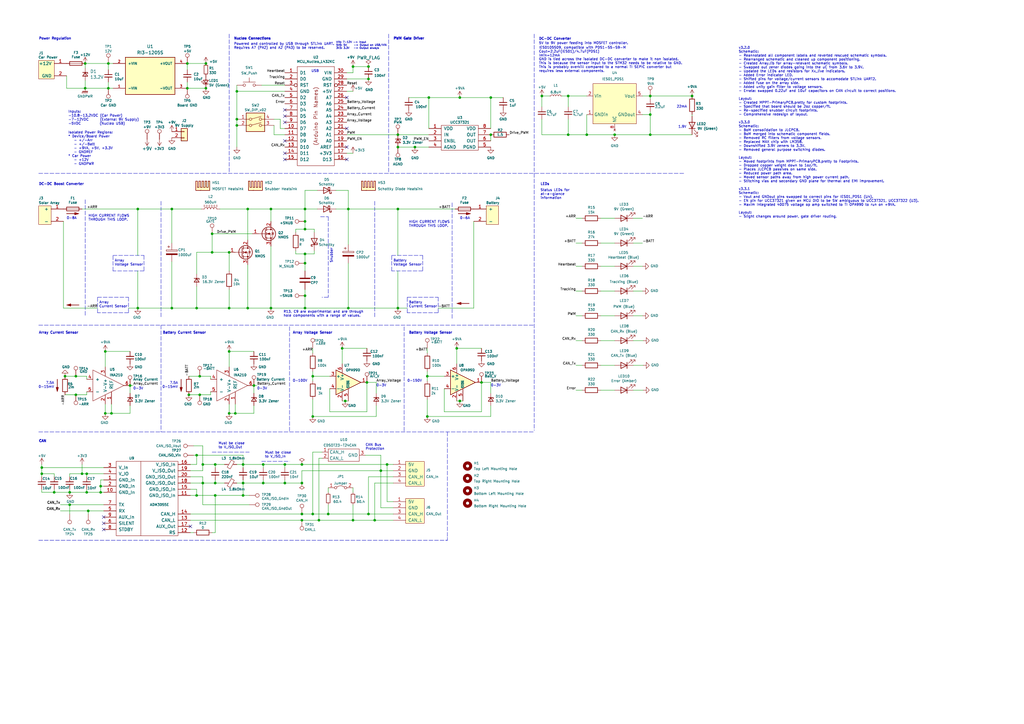
<source format=kicad_sch>
(kicad_sch (version 20211123) (generator eeschema)
  (paper "A3")
  (title_block (title "Sunscatter") (date "2022-02-17") (rev "3.3.0") (company "Longhorn Racing Solar") (comment 1 "Matthew Yu") (comment 2 "Gary Hallock"))
  (junction (at 101.6 85.725))
  (junction (at 240.665 55.245))
  (junction (at 156.21 193.04))
  (junction (at 125.095 121.285))
  (junction (at 163.195 55.245))
  (junction (at 116.84 190.5))
  (junction (at 130.81 213.36))
  (junction (at 76.835 26.035))
  (junction (at 35.56 201.93))
  (junction (at 70.485 85.725))
  (junction (at 76.835 36.195))
  (junction (at 140.335 142.875))
  (junction (at 153.67 213.36))
  (junction (at 17.145 194.31))
  (junction (at 141.605 164.465))
  (junction (at 93.98 169.545))
  (junction (at 201.295 55.245))
  (junction (at 28.575 201.93))
  (junction (at 88.265 198.12))
  (junction (at 107.95 198.12))
  (junction (at 125.095 107.95))
  (junction (at 163.195 60.325))
  (junction (at 128.27 170.815))
  (junction (at 44.45 36.195))
  (junction (at 266.7 46.99))
  (junction (at 43.18 169.545))
  (junction (at 83.185 198.12))
  (junction (at 93.98 103.505))
  (junction (at 17.145 191.77))
  (junction (at 80.645 203.2))
  (junction (at 266.7 39.37))
  (junction (at 83.185 190.5))
  (junction (at 77.47 161.925))
  (junction (at 97.155 51.435))
  (junction (at 123.825 198.12))
  (junction (at 86.995 103.505))
  (junction (at 45.72 169.545))
  (junction (at 96.52 169.545))
  (junction (at 81.915 161.925))
  (junction (at 43.18 144.145))
  (junction (at 84.455 36.195))
  (junction (at 142.875 85.725))
  (junction (at 123.825 210.82))
  (junction (at 22.225 201.93))
  (junction (at 163.195 85.725))
  (junction (at 175.895 40.005))
  (junction (at 41.275 199.39))
  (junction (at 142.875 126.365))
  (junction (at 125.095 126.365))
  (junction (at 163.195 126.365))
  (junction (at 104.14 158.115))
  (junction (at 150.495 156.845))
  (junction (at 36.195 209.55))
  (junction (at 97.155 48.895))
  (junction (at 201.295 40.005))
  (junction (at 151.13 27.305))
  (junction (at 125.095 90.805))
  (junction (at 123.825 190.5))
  (junction (at 151.13 32.385))
  (junction (at 56.515 126.365))
  (junction (at 151.13 210.82))
  (junction (at 93.98 126.365))
  (junction (at 188.595 164.465))
  (junction (at 70.485 126.365))
  (junction (at 128.27 210.82))
  (junction (at 283.845 39.37))
  (junction (at 99.695 190.5))
  (junction (at 125.095 104.14))
  (junction (at 175.26 154.305))
  (junction (at 175.26 170.815))
  (junction (at 125.095 85.725))
  (junction (at 111.125 85.725))
  (junction (at 56.515 85.725))
  (junction (at 125.095 93.98))
  (junction (at 53.34 158.115))
  (junction (at 80.645 126.365))
  (junction (at 233.045 55.245))
  (junction (at 252.095 55.245))
  (junction (at 111.125 126.365))
  (junction (at 34.925 26.035))
  (junction (at 80.645 186.69))
  (junction (at 97.155 37.465))
  (junction (at 128.27 154.305))
  (junction (at 44.45 26.035))
  (junction (at 101.6 126.365))
  (junction (at 41.275 201.93))
  (junction (at 99.695 203.2))
  (junction (at 84.455 26.035))
  (junction (at 31.115 154.305))
  (junction (at 233.045 39.37))
  (junction (at 34.925 36.195))
  (junction (at 188.595 40.005))
  (junction (at 134.62 210.82))
  (junction (at 144.78 27.305))
  (junction (at 99.695 198.12))
  (junction (at 93.98 144.145))
  (junction (at 33.655 194.31))
  (junction (at 26.67 154.305))
  (junction (at 31.115 161.925))
  (junction (at 35.56 194.31))
  (junction (at 81.915 154.305))
  (junction (at 107.95 190.5))
  (junction (at 88.265 190.5))
  (junction (at 123.825 213.36))
  (junction (at 144.78 213.36))
  (junction (at 222.25 39.37))
  (junction (at 28.575 207.01))
  (junction (at 266.7 55.245))
  (junction (at 170.18 60.325))
  (junction (at 197.485 156.845))
  (junction (at 187.325 142.875))
  (junction (at 158.75 190.5))
  (junction (at 86.995 95.885))
  (junction (at 88.265 203.2))
  (junction (at 116.84 198.12))
  (no_connect (at 78.105 215.9))
  (no_connect (at 142.24 60.325))
  (no_connect (at 42.545 212.09))
  (no_connect (at 142.24 40.005))
  (no_connect (at 42.545 214.63))
  (no_connect (at 116.84 50.165))
  (no_connect (at 116.84 45.085))
  (no_connect (at 142.24 52.705))
  (no_connect (at 42.545 217.17))
  (no_connect (at 116.84 62.865))
  (no_connect (at 116.84 65.405))
  (no_connect (at 142.24 65.405))
  (no_connect (at 116.84 47.625))
  (no_connect (at 116.84 57.785))
  (wire (pts (xy 121.285 104.14) (xy 125.095 104.14)))
  (polyline (pts (xy 86.995 185.42) (xy 102.235 185.42)))
  (wire (pts (xy 128.27 210.82) (xy 134.62 210.82)))
  (wire (pts (xy 283.845 47.625) (xy 283.845 46.99)))
  (wire (pts (xy 130.81 213.36) (xy 144.78 213.36)))
  (wire (pts (xy 263.525 39.37) (xy 266.7 39.37)))
  (wire (pts (xy 86.995 95.885) (xy 103.505 95.885)))
  (wire (pts (xy 263.779 160.02) (xy 259.715 160.02)))
  (wire (pts (xy 125.095 104.14) (xy 125.095 107.95)))
  (wire (pts (xy 225.425 39.37) (xy 222.25 39.37)))
  (wire (pts (xy 105.41 158.115) (xy 104.14 158.115)))
  (wire (pts (xy 175.26 152.4) (xy 175.26 154.305)))
  (wire (pts (xy 151.13 210.82) (xy 151.13 195.58)))
  (wire (pts (xy 17.145 194.31) (xy 22.225 194.31)))
  (wire (pts (xy 121.285 93.98) (xy 125.095 93.98)))
  (wire (pts (xy 128.27 154.305) (xy 135.255 154.305)))
  (wire (pts (xy 150.495 168.91) (xy 135.255 168.91)))
  (wire (pts (xy 83.185 198.12) (xy 83.185 207.01)))
  (wire (pts (xy 104.14 158.115) (xy 104.14 161.29)))
  (wire (pts (xy 24.765 209.55) (xy 36.195 209.55)))
  (wire (pts (xy 163.195 60.325) (xy 170.18 60.325)))
  (wire (pts (xy 83.185 198.12) (xy 88.265 198.12)))
  (wire (pts (xy 158.75 190.5) (xy 158.75 205.74)))
  (wire (pts (xy 201.295 170.815) (xy 201.295 166.37)))
  (wire (pts (xy 86.995 218.44) (xy 88.265 218.44)))
  (wire (pts (xy 80.645 186.69) (xy 99.695 186.69)))
  (wire (pts (xy 70.485 85.725) (xy 70.485 99.695)))
  (wire (pts (xy 93.98 169.545) (xy 96.52 169.545)))
  (wire (pts (xy 97.155 34.925) (xy 97.155 37.465)))
  (wire (pts (xy 125.095 107.95) (xy 125.095 111.125)))
  (wire (pts (xy 97.155 60.325) (xy 97.155 51.435)))
  (wire (pts (xy 53.34 158.115) (xy 53.34 161.29)))
  (wire (pts (xy 263.525 119.38) (xy 259.715 119.38)))
  (wire (pts (xy 236.22 89.535) (xy 238.76 89.535)))
  (wire (pts (xy 179.705 126.365) (xy 194.31 126.365)))
  (wire (pts (xy 259.715 89.535) (xy 263.525 89.535)))
  (wire (pts (xy 28.575 194.31) (xy 33.655 194.31)))
  (wire (pts (xy 151.13 195.58) (xy 161.29 195.58)))
  (wire (pts (xy 107.95 190.5) (xy 116.84 190.5)))
  (wire (pts (xy 240.665 46.99) (xy 240.665 55.245)))
  (wire (pts (xy 88.265 218.44) (xy 88.265 203.2)))
  (wire (pts (xy 125.095 126.365) (xy 142.875 126.365)))
  (wire (pts (xy 236.22 99.695) (xy 238.76 99.695)))
  (wire (pts (xy 56.515 111.125) (xy 56.515 126.365)))
  (wire (pts (xy 83.185 190.5) (xy 88.265 190.5)))
  (wire (pts (xy 150.495 156.845) (xy 150.495 168.91)))
  (wire (pts (xy 121.285 95.25) (xy 121.285 93.98)))
  (wire (pts (xy 88.265 190.5) (xy 92.075 190.5)))
  (wire (pts (xy 28.575 207.01) (xy 42.545 207.01)))
  (wire (pts (xy 175.895 40.005) (xy 188.595 40.005)))
  (polyline (pts (xy 131.445 88.9) (xy 134.62 88.9)))
  (wire (pts (xy 144.78 201.93) (xy 144.78 200.025)))
  (polyline (pts (xy 40.005 128.27) (xy 40.005 121.92)))
  (wire (pts (xy 70.485 126.365) (xy 80.645 126.365)))
  (wire (pts (xy 144.78 27.305) (xy 151.13 27.305)))
  (wire (pts (xy 107.315 34.925) (xy 116.84 34.925)))
  (wire (pts (xy 77.47 154.305) (xy 81.915 154.305)))
  (wire (pts (xy 144.78 62.865) (xy 142.24 62.865)))
  (wire (pts (xy 35.56 160.655) (xy 35.56 161.925)))
  (wire (pts (xy 22.225 201.93) (xy 28.575 201.93)))
  (wire (pts (xy 41.275 199.39) (xy 42.545 199.39)))
  (wire (pts (xy 125.095 118.745) (xy 125.095 121.285)))
  (wire (pts (xy 201.295 40.005) (xy 201.295 52.705)))
  (wire (pts (xy 123.825 213.36) (xy 130.81 213.36)))
  (wire (pts (xy 201.295 40.005) (xy 206.375 40.005)))
  (wire (pts (xy 88.265 198.12) (xy 88.265 196.85)))
  (wire (pts (xy 154.305 156.845) (xy 154.305 161.29)))
  (wire (pts (xy 246.38 119.38) (xy 252.095 119.38)))
  (wire (pts (xy 123.825 193.04) (xy 156.21 193.04)))
  (polyline (pts (xy 15.875 71.12) (xy 280.67 71.12)))
  (wire (pts (xy 34.925 36.195) (xy 44.45 36.195)))
  (wire (pts (xy 236.22 139.7) (xy 238.76 139.7)))
  (wire (pts (xy 149.86 186.69) (xy 156.21 186.69)))
  (wire (pts (xy 101.6 108.585) (xy 101.6 126.365)))
  (wire (pts (xy 99.695 190.5) (xy 107.95 190.5)))
  (wire (pts (xy 93.98 103.505) (xy 93.98 111.125)))
  (polyline (pts (xy 167.005 128.27) (xy 167.005 121.92)))
  (polyline (pts (xy 219.075 13.97) (xy 219.075 71.12)))
  (wire (pts (xy 86.36 160.655) (xy 86.36 161.925)))
  (wire (pts (xy 142.875 85.725) (xy 163.195 85.725)))
  (wire (pts (xy 163.195 85.725) (xy 163.195 104.775)))
  (wire (pts (xy 78.105 198.12) (xy 83.185 198.12)))
  (wire (pts (xy 246.38 149.86) (xy 252.095 149.86)))
  (wire (pts (xy 79.375 182.88) (xy 83.185 182.88)))
  (wire (pts (xy 99.695 203.2) (xy 102.235 203.2)))
  (wire (pts (xy 101.6 126.365) (xy 111.125 126.365)))
  (wire (pts (xy 266.7 39.37) (xy 283.845 39.37)))
  (wire (pts (xy 233.045 39.37) (xy 240.665 39.37)))
  (wire (pts (xy 154.305 170.815) (xy 154.305 166.37)))
  (polyline (pts (xy 183.515 220.345) (xy 183.515 221.615)))
  (wire (pts (xy 128.27 142.875) (xy 128.27 144.78)))
  (wire (pts (xy 153.67 198.12) (xy 161.29 198.12)))
  (wire (pts (xy 134.62 210.82) (xy 151.13 210.82)))
  (wire (pts (xy 80.645 103.505) (xy 86.995 103.505)))
  (wire (pts (xy 35.56 154.305) (xy 31.115 154.305)))
  (wire (pts (xy 99.695 190.5) (xy 99.695 191.77)))
  (polyline (pts (xy 15.875 133.35) (xy 219.075 133.35)))
  (wire (pts (xy 197.485 168.91) (xy 182.245 168.91)))
  (wire (pts (xy 194.31 90.805) (xy 194.31 126.365)))
  (wire (pts (xy 114.935 48.895) (xy 114.935 52.705)))
  (wire (pts (xy 158.75 190.5) (xy 161.29 190.5)))
  (wire (pts (xy 128.905 93.98) (xy 128.905 95.25)))
  (polyline (pts (xy 15.875 177.165) (xy 219.075 177.165)))
  (wire (pts (xy 197.485 156.845) (xy 201.295 156.845)))
  (wire (pts (xy 17.145 201.93) (xy 22.225 201.93)))
  (wire (pts (xy 141.605 164.465) (xy 142.875 164.465)))
  (wire (pts (xy 93.98 165.735) (xy 93.98 169.545)))
  (wire (pts (xy 76.835 28.575) (xy 76.835 26.035)))
  (polyline (pts (xy 165.735 133.985) (xy 165.735 177.165)))
  (wire (pts (xy 44.45 36.195) (xy 46.355 36.195)))
  (polyline (pts (xy 185.42 83.185) (xy 185.42 130.81)))
  (wire (pts (xy 54.61 158.115) (xy 53.34 158.115)))
  (wire (pts (xy 140.335 164.465) (xy 141.605 164.465)))
  (wire (pts (xy 78.105 203.2) (xy 80.645 203.2)))
  (wire (pts (xy 90.17 85.725) (xy 101.6 85.725)))
  (wire (pts (xy 163.195 55.245) (xy 175.895 55.245)))
  (wire (pts (xy 156.21 193.04) (xy 161.29 193.04)))
  (wire (pts (xy 222.25 55.245) (xy 222.25 48.895)))
  (wire (pts (xy 236.22 149.86) (xy 238.76 149.86)))
  (wire (pts (xy 81.915 154.305) (xy 86.36 154.305)))
  (wire (pts (xy 130.81 187.96) (xy 130.81 213.36)))
  (wire (pts (xy 128.27 170.815) (xy 154.305 170.815)))
  (wire (pts (xy 97.155 37.465) (xy 116.84 37.465)))
  (wire (pts (xy 80.645 103.505) (xy 80.645 112.395)))
  (wire (pts (xy 86.995 103.505) (xy 93.98 103.505)))
  (wire (pts (xy 93.98 144.145) (xy 104.14 144.145)))
  (wire (pts (xy 41.275 199.39) (xy 41.275 201.93)))
  (wire (pts (xy 80.645 190.5) (xy 78.105 190.5)))
  (wire (pts (xy 116.84 190.5) (xy 116.84 191.77)))
  (wire (pts (xy 233.045 48.895) (xy 233.045 55.245)))
  (wire (pts (xy 112.395 51.435) (xy 112.395 55.245)))
  (wire (pts (xy 142.875 78.105) (xy 137.795 78.105)))
  (wire (pts (xy 134.62 200.025) (xy 134.62 201.93)))
  (wire (pts (xy 83.185 195.58) (xy 83.185 198.12)))
  (wire (pts (xy 142.875 126.365) (xy 163.195 126.365)))
  (polyline (pts (xy 173.355 111.125) (xy 160.655 111.125)))
  (wire (pts (xy 22.225 200.66) (xy 22.225 201.93)))
  (wire (pts (xy 93.98 126.365) (xy 101.6 126.365)))
  (wire (pts (xy 104.14 166.37) (xy 104.14 169.545)))
  (wire (pts (xy 158.75 205.74) (xy 161.29 205.74)))
  (wire (pts (xy 96.52 165.735) (xy 96.52 169.545)))
  (wire (pts (xy 114.935 52.705) (xy 116.84 52.705)))
  (wire (pts (xy 163.195 111.125) (xy 163.195 126.365)))
  (wire (pts (xy 80.645 126.365) (xy 93.98 126.365)))
  (wire (pts (xy 116.84 190.5) (xy 123.825 190.5)))
  (wire (pts (xy 28.575 201.93) (xy 35.56 201.93)))
  (wire (pts (xy 79.375 186.69) (xy 80.645 186.69)))
  (wire (pts (xy 137.795 85.725) (xy 142.875 85.725)))
  (polyline (pts (xy 160.655 111.125) (xy 160.655 104.775)))
  (wire (pts (xy 142.24 37.465) (xy 144.78 37.465)))
  (wire (pts (xy 175.26 170.815) (xy 201.295 170.815)))
  (wire (pts (xy 150.495 156.845) (xy 154.305 156.845)))
  (wire (pts (xy 56.515 85.725) (xy 70.485 85.725)))
  (polyline (pts (xy 183.515 177.165) (xy 183.515 220.345)))
  (wire (pts (xy 56.515 85.725) (xy 56.515 104.775)))
  (wire (pts (xy 266.7 46.99) (xy 266.7 55.245)))
  (wire (pts (xy 128.905 104.14) (xy 128.905 102.87)))
  (wire (pts (xy 246.38 89.535) (xy 252.095 89.535)))
  (polyline (pts (xy 66.04 133.35) (xy 66.04 177.165)))
  (wire (pts (xy 128.27 152.4) (xy 128.27 154.305)))
  (wire (pts (xy 222.25 39.37) (xy 222.25 43.815)))
  (wire (pts (xy 266.7 55.245) (xy 252.095 55.245)))
  (wire (pts (xy 96.52 169.545) (xy 104.14 169.545)))
  (wire (pts (xy 222.25 55.245) (xy 233.045 55.245)))
  (wire (pts (xy 43.18 169.545) (xy 45.72 169.545)))
  (wire (pts (xy 128.27 163.83) (xy 128.27 170.815)))
  (wire (pts (xy 33.655 190.5) (xy 33.655 194.31)))
  (wire (pts (xy 130.175 78.105) (xy 125.095 78.105)))
  (wire (pts (xy 156.21 193.04) (xy 156.21 208.28)))
  (wire (pts (xy 116.84 55.245) (xy 112.395 55.245)))
  (wire (pts (xy 125.095 90.805) (xy 125.095 85.725)))
  (wire (pts (xy 121.285 102.87) (xy 121.285 104.14)))
  (wire (pts (xy 44.45 36.195) (xy 44.45 33.655)))
  (wire (pts (xy 80.645 200.66) (xy 80.645 203.2)))
  (wire (pts (xy 134.62 207.01) (xy 134.62 210.82)))
  (wire (pts (xy 86.36 155.575) (xy 86.36 154.305)))
  (wire (pts (xy 188.595 40.005) (xy 201.295 40.005)))
  (wire (pts (xy 236.22 160.02) (xy 238.76 160.02)))
  (wire (pts (xy 175.26 142.875) (xy 175.26 144.78)))
  (wire (pts (xy 35.56 194.31) (xy 42.545 194.31)))
  (wire (pts (xy 93.98 144.145) (xy 93.98 150.495)))
  (wire (pts (xy 175.26 154.305) (xy 175.26 156.21)))
  (wire (pts (xy 188.595 164.465) (xy 189.865 164.465)))
  (wire (pts (xy 86.995 95.885) (xy 86.995 103.505)))
  (wire (pts (xy 123.825 190.5) (xy 158.75 190.5)))
  (wire (pts (xy 78.105 213.36) (xy 123.825 213.36)))
  (wire (pts (xy 142.875 107.95) (xy 142.875 126.365)))
  (wire (pts (xy 97.155 51.435) (xy 97.155 48.895)))
  (wire (pts (xy 42.545 196.85) (xy 41.275 196.85)))
  (wire (pts (xy 125.095 78.105) (xy 125.095 85.725)))
  (wire (pts (xy 263.525 46.99) (xy 266.7 46.99)))
  (polyline (pts (xy 173.355 104.775) (xy 173.355 111.125)))
  (wire (pts (xy 35.56 201.93) (xy 35.56 200.66)))
  (wire (pts (xy 259.715 99.695) (xy 263.525 99.695)))
  (wire (pts (xy 99.695 198.12) (xy 99.695 203.2)))
  (wire (pts (xy 22.225 194.31) (xy 22.225 195.58)))
  (wire (pts (xy 43.18 144.145) (xy 53.34 144.145)))
  (wire (pts (xy 112.395 48.895) (xy 114.935 48.895)))
  (polyline (pts (xy 107.315 189.23) (xy 118.745 189.23)))
  (wire (pts (xy 27.305 31.115) (xy 27.305 36.195)))
  (wire (pts (xy 246.38 109.22) (xy 252.095 109.22)))
  (wire (pts (xy 26.035 90.805) (xy 26.035 126.365)))
  (wire (pts (xy 111.125 85.725) (xy 125.095 85.725)))
  (wire (pts (xy 128.27 154.305) (xy 128.27 156.21)))
  (wire (pts (xy 88.265 203.2) (xy 99.695 203.2)))
  (wire (pts (xy 34.925 26.035) (xy 34.925 27.94)))
  (wire (pts (xy 144.78 207.01) (xy 144.78 213.36)))
  (wire (pts (xy 266.7 55.245) (xy 283.845 55.245)))
  (wire (pts (xy 44.45 28.575) (xy 44.45 26.035)))
  (wire (pts (xy 99.695 196.85) (xy 99.695 198.12)))
  (wire (pts (xy 34.925 26.035) (xy 44.45 26.035)))
  (wire (pts (xy 246.38 99.695) (xy 252.095 99.695)))
  (wire (pts (xy 125.095 93.98) (xy 128.905 93.98)))
  (wire (pts (xy 17.145 191.77) (xy 17.145 194.31)))
  (wire (pts (xy 35.56 155.575) (xy 35.56 154.305)))
  (wire (pts (xy 125.095 90.805) (xy 125.095 93.98)))
  (wire (pts (xy 28.575 200.66) (xy 28.575 201.93)))
  (wire (pts (xy 259.715 109.22) (xy 263.525 109.22)))
  (wire (pts (xy 44.45 26.035) (xy 46.355 26.035)))
  (wire (pts (xy 83.185 207.01) (xy 102.235 207.01)))
  (wire (pts (xy 142.875 85.725) (xy 142.875 100.33)))
  (wire (pts (xy 140.335 142.875) (xy 150.495 142.875)))
  (wire (pts (xy 83.185 190.5) (xy 83.185 193.04)))
  (wire (pts (xy 116.84 198.12) (xy 116.84 196.85)))
  (polyline (pts (xy 46.355 104.775) (xy 59.055 104.775)))
  (wire (pts (xy 151.13 210.82) (xy 161.29 210.82)))
  (wire (pts (xy 43.18 144.145) (xy 43.18 150.495)))
  (wire (pts (xy 28.575 210.82) (xy 28.575 207.01)))
  (wire (pts (xy 252.095 55.245) (xy 240.665 55.245)))
  (wire (pts (xy 97.155 48.895) (xy 97.155 37.465)))
  (wire (pts (xy 167.64 40.005) (xy 175.895 40.005)))
  (wire (pts (xy 78.105 210.82) (xy 123.825 210.82)))
  (wire (pts (xy 76.835 26.035) (xy 84.455 26.035)))
  (wire (pts (xy 35.56 194.31) (xy 33.655 194.31)))
  (polyline (pts (xy 66.04 82.55) (xy 66.04 130.175)))
  (polyline (pts (xy 118.745 133.985) (xy 118.745 177.165)))
  (wire (pts (xy 197.485 156.845) (xy 197.485 168.91)))
  (wire (pts (xy 153.67 213.36) (xy 153.67 198.12)))
  (polyline (pts (xy 52.705 128.27) (xy 40.005 128.27)))
  (wire (pts (xy 263.779 139.7) (xy 259.715 139.7)))
  (wire (pts (xy 266.7 39.37) (xy 266.7 40.64)))
  (wire (pts (xy 142.24 55.245) (xy 163.195 55.245)))
  (polyline (pts (xy 15.875 221.615) (xy 183.515 221.615)))
  (wire (pts (xy 27.305 36.195) (xy 34.925 36.195)))
  (wire (pts (xy 144.78 213.36) (xy 153.67 213.36)))
  (wire (pts (xy 99.695 186.69) (xy 99.695 190.5)))
  (wire (pts (xy 45.72 165.735) (xy 45.72 169.545)))
  (wire (pts (xy 240.665 55.245) (xy 233.045 55.245)))
  (wire (pts (xy 175.895 40.005) (xy 175.895 52.705)))
  (wire (pts (xy 99.695 198.12) (xy 107.95 198.12)))
  (wire (pts (xy 142.875 78.105) (xy 142.875 85.725)))
  (wire (pts (xy 26.035 126.365) (xy 40.005 126.365)))
  (wire (pts (xy 236.22 129.54) (xy 238.76 129.54)))
  (wire (pts (xy 153.67 213.36) (xy 161.29 213.36)))
  (wire (pts (xy 263.779 149.86) (xy 259.715 149.86)))
  (polyline (pts (xy 179.705 128.27) (xy 167.005 128.27)))
  (polyline (pts (xy 160.655 104.775) (xy 173.355 104.775)))
  (wire (pts (xy 163.195 126.365) (xy 167.005 126.365)))
  (wire (pts (xy 35.56 194.31) (xy 35.56 195.58)))
  (wire (pts (xy 76.835 33.655) (xy 76.835 36.195)))
  (polyline (pts (xy 134.62 88.9) (xy 134.62 121.92)))
  (wire (pts (xy 101.6 85.725) (xy 111.125 85.725)))
  (wire (pts (xy 125.095 85.725) (xy 130.175 85.725)))
  (wire (pts (xy 35.56 161.925) (xy 31.115 161.925)))
  (wire (pts (xy 76.835 36.195) (xy 84.455 36.195)))
  (polyline (pts (xy 34.925 81.915) (xy 34.925 129.54)))
  (wire (pts (xy 135.255 159.385) (xy 135.255 168.91)))
  (wire (pts (xy 187.325 142.875) (xy 197.485 142.875)))
  (wire (pts (xy 156.21 208.28) (xy 161.29 208.28)))
  (wire (pts (xy 144.78 29.845) (xy 142.24 29.845)))
  (polyline (pts (xy 59.055 104.775) (xy 59.055 111.125)))
  (wire (pts (xy 263.525 129.54) (xy 259.715 129.54)))
  (polyline (pts (xy 153.67 82.55) (xy 153.67 130.175)))
  (wire (pts (xy 175.26 163.83) (xy 175.26 170.815)))
  (wire (pts (xy 80.645 200.66) (xy 78.105 200.66)))
  (wire (pts (xy 170.18 60.325) (xy 175.895 60.325)))
  (wire (pts (xy 97.155 190.5) (xy 99.695 190.5)))
  (wire (pts (xy 116.84 198.12) (xy 123.825 198.12)))
  (wire (pts (xy 52.705 126.365) (xy 56.515 126.365)))
  (wire (pts (xy 83.185 193.04) (xy 78.105 193.04)))
  (wire (pts (xy 142.24 32.385) (xy 151.13 32.385)))
  (wire (pts (xy 101.6 85.725) (xy 101.6 98.425)))
  (wire (pts (xy 107.95 190.5) (xy 107.95 191.77)))
  (polyline (pts (xy 59.055 111.125) (xy 46.355 111.125)))
  (wire (pts (xy 53.34 166.37) (xy 53.34 169.545)))
  (wire (pts (xy 175.26 154.305) (xy 182.245 154.305)))
  (wire (pts (xy 201.295 156.845) (xy 201.295 161.29)))
  (polyline (pts (xy 159.385 13.97) (xy 159.385 71.12)))
  (wire (pts (xy 125.095 121.285) (xy 125.095 126.365)))
  (wire (pts (xy 80.645 203.2) (xy 88.265 203.2)))
  (wire (pts (xy 233.045 39.37) (xy 233.045 43.815)))
  (wire (pts (xy 125.095 104.14) (xy 128.905 104.14)))
  (wire (pts (xy 97.155 198.12) (xy 99.695 198.12)))
  (polyline (pts (xy 40.005 121.92) (xy 52.705 121.92)))
  (wire (pts (xy 123.825 193.04) (xy 123.825 198.12)))
  (polyline (pts (xy 183.515 221.615) (xy 182.88 221.615)))
  (wire (pts (xy 33.655 85.725) (xy 56.515 85.725)))
  (polyline (pts (xy 46.355 111.125) (xy 46.355 104.775)))
  (wire (pts (xy 187.325 164.465) (xy 188.595 164.465)))
  (wire (pts (xy 80.645 186.69) (xy 80.645 190.5)))
  (wire (pts (xy 24.765 207.01) (xy 28.575 207.01)))
  (wire (pts (xy 107.95 198.12) (xy 116.84 198.12)))
  (wire (pts (xy 266.7 45.72) (xy 266.7 46.99)))
  (wire (pts (xy 128.27 185.42) (xy 128.27 210.82)))
  (wire (pts (xy 230.505 39.37) (xy 233.045 39.37)))
  (polyline (pts (xy 219.075 71.12) (xy 219.075 176.53)))
  (wire (pts (xy 88.265 198.12) (xy 92.075 198.12)))
  (polyline (pts (xy 134.62 121.92) (xy 132.08 121.92)))
  (wire (pts (xy 144.78 27.305) (xy 144.78 29.845)))
  (wire (pts (xy 246.38 129.54) (xy 252.095 129.54)))
  (wire (pts (xy 81.915 161.925) (xy 86.36 161.925)))
  (wire (pts (xy 31.115 161.925) (xy 26.67 161.925)))
  (wire (pts (xy 123.825 210.82) (xy 128.27 210.82)))
  (wire (pts (xy 246.38 139.7) (xy 252.095 139.7)))
  (wire (pts (xy 42.545 191.77) (xy 17.145 191.77)))
  (wire (pts (xy 132.08 187.96) (xy 130.81 187.96)))
  (wire (pts (xy 70.485 85.725) (xy 82.55 85.725)))
  (wire (pts (xy 163.195 85.725) (xy 186.69 85.725)))
  (polyline (pts (xy 93.98 13.97) (xy 93.98 71.12)))
  (wire (pts (xy 111.125 100.965) (xy 111.125 126.365)))
  (wire (pts (xy 17.145 194.31) (xy 17.145 195.58)))
  (wire (pts (xy 56.515 126.365) (xy 70.485 126.365)))
  (wire (pts (xy 79.375 218.44) (xy 78.105 218.44)))
  (wire (pts (xy 35.56 201.93) (xy 41.275 201.93)))
  (wire (pts (xy 93.98 118.745) (xy 93.98 126.365)))
  (wire (pts (xy 17.145 190.5) (xy 17.145 191.77)))
  (wire (pts (xy 36.195 210.82) (xy 36.195 209.55)))
  (polyline (pts (xy 52.705 121.92) (xy 52.705 128.27)))
  (wire (pts (xy 140.335 142.875) (xy 140.335 149.225)))
  (wire (pts (xy 28.575 194.31) (xy 28.575 195.58)))
  (wire (pts (xy 182.245 159.385) (xy 182.245 168.91)))
  (wire (pts (xy 43.18 165.735) (xy 43.18 169.545)))
  (polyline (pts (xy 179.705 121.92) (xy 179.705 128.27)))
  (wire (pts (xy 201.295 55.245) (xy 201.295 57.785)))
  (wire (pts (xy 36.195 209.55) (xy 42.545 209.55)))
  (wire (pts (xy 31.115 154.305) (xy 26.67 154.305)))
  (wire (pts (xy 41.275 196.85) (xy 41.275 199.39)))
  (wire (pts (xy 236.22 109.22) (xy 238.76 109.22)))
  (wire (pts (xy 111.125 90.805) (xy 111.125 85.725)))
  (wire (pts (xy 80.645 117.475) (xy 80.645 126.365)))
  (wire (pts (xy 236.22 119.38) (xy 238.76 119.38)))
  (wire (pts (xy 83.185 182.88) (xy 83.185 190.5)))
  (wire (pts (xy 83.185 195.58) (xy 78.105 195.58)))
  (polyline (pts (xy 167.005 121.92) (xy 179.705 121.92)))
  (wire (pts (xy 187.325 142.875) (xy 187.325 149.225)))
  (wire (pts (xy 45.72 169.545) (xy 53.34 169.545)))
  (wire (pts (xy 132.08 185.42) (xy 128.27 185.42)))
  (wire (pts (xy 88.265 191.77) (xy 88.265 190.5)))
  (wire (pts (xy 41.275 201.93) (xy 42.545 201.93)))
  (wire (pts (xy 107.95 198.12) (xy 107.95 196.85)))
  (wire (pts (xy 246.38 160.02) (xy 252.095 160.02)))
  (wire (pts (xy 77.47 161.925) (xy 81.915 161.925)))
  (wire (pts (xy 70.485 107.315) (xy 70.485 126.365)))
  (wire (pts (xy 156.21 186.69) (xy 156.21 193.04)))
  (wire (pts (xy 17.145 200.66) (xy 17.145 201.93)))
  (wire (pts (xy 111.125 126.365) (xy 125.095 126.365)))
  (wire (pts (xy 34.925 33.02) (xy 34.925 36.195)))
  (text "GND is tied across the isolated DC-DC converter to make it non isolated. \nThis is because the sensor input to the STM32 needs to be relative to GND.\nThis is probably overkill compared to a normal TI SEPIC converter but \nrequires less external components." (at 220.98 29.845 0) (effects (font (size 1 1)) (justify left bottom)))
  (text "DC-DC Boost Converter" (at 15.875 76.2 0) (effects (font (size 1.016 1.016) (thickness 0.2032) bold) (justify left bottom)))
  (text "0-6A" (at 188.595 90.17 0) (effects (font (size 1 1)) (justify left bottom)))
  (text "Array\nCurrent Sensor" (at 40.64 126.365 0) (effects (font (size 1.016 1.016)) (justify left bottom)))
  (text "Inputs: \n-10.8-13.2VDC (Car Power)\n-7-12VDC      (External 9V Supply)\n-5VDC          (Nucleo USB) " (at 27.94 51.435 0) (effects (font (size 1.016 1.016)) (justify left bottom)))
  (text "Array Current Sensor" (at 15.875 137.16 0) (effects (font (size 1.016 1.016) (thickness 0.2032) bold) (justify left bottom)))
  (text "Battery\nVoltage Sensor" (at 161.29 109.22 0) (effects (font (size 1.016 1.016)) (justify left bottom)))
  (text "Snubber" (at 136.525 107.95 90) (effects (font (size 1 1)) (justify left bottom)))
  (text "LEDs" (at 221.615 76.2 0) (effects (font (size 1 1) (thickness 0.2) bold) (justify left bottom)))
  (text "VIN: 7-12V -> Input\n5V0: 5V     -> Output on USB/VIN\n3V3: 3.3V   -> Output always" (at 137.795 20.32 0) (effects (font (size 0.75 0.75)) (justify left bottom)))
  (text "IES0105S09, compatible with PDS1-S5-S9-M\nCout=2.2uF(IES01)/4.7uF(PDS1)\nImin=12mA" (at 220.98 23.495 0) (effects (font (size 1 1)) (justify left bottom)))
  (text "CAN Bus\nProtection" (at 149.86 184.785 0) (effects (font (size 1 1)) (justify left bottom)))
  (text "Must be close\nto V_ISO_In" (at 108.585 187.96 0) (effects (font (size 1 1)) (justify left bottom)))
  (text "PWM Gate Driver" (at 161.29 16.51 0) (effects (font (size 1 1) (thickness 0.6096) bold) (justify left bottom)))
  (text "DC-DC Converter" (at 220.98 16.6157 0) (effects (font (size 1 1) (thickness 0.2) bold) (justify left bottom)))
  (text "USB" (at 127.635 29.845 0) (effects (font (size 1 1)) (justify left bottom)))
  (text "Array Voltage Sensor" (at 120.015 137.16 0) (effects (font (size 1.016 1.016) (thickness 0.2032) bold) (justify left bottom)))
  (text "Battery Voltage Sensor" (at 167.64 137.16 0) (effects (font (size 1.016 1.016) (thickness 0.2032) bold) (justify left bottom)))
  (text "HIGH CURRENT FLOWS\nTHROUGH THIS LOOP." (at 36.195 90.805 0) (effects (font (size 1 1)) (justify left bottom)))
  (text "v3.2.0\nSchematic:\n- Reannotated all component labels and reverted rescued schematic symbols.\n- Rearranged schematic and cleaned up component positioning.\n- Created Array.lib for array-relevant schematic symbols.\n- Swapped out zener diodes going into the uC from 3.6V to 3.9V.\n- Updated the LEDs and resistors for Xx_live indicators.\n- Added Error indicator LED.\n- Shifted pins for voltage/current sensors to accomodate STLink UART2.\n- Added fuse on the array side.\n- Added unity gain filter to voltage sensors.\n- Errata: swapped 0.22uF and 10uF capacitors on CAN circuit to correct positions.\n\nLayout:\n- Created MPPT-PrimaryPCB.pretty for custom footprints.\n- Specified that board should be 2oz copper/ft.\n- Re-specified snubber circuit footprints.\n- Comprehensive redesign of layout.\n\nv3.3.0\nSchematic:\n- BoM consolidation to JLCPCB.\n- BoM merged into schematic component fields.\n- Removed RC filters from voltage sensors.\n- Replaced MAX chip with LM358.\n- Downshifted 3.9V zeners to 3.3V.\n- Removed general purpose switching diodes.\n\nLayout:\n- Moved footprints from MPPT-PrimaryPCB.pretty to Footprints.\n- Dropped copper weight down to 1oz/ft.\n- Places JLCPCB passives on same side.\n- Reduced power path area.\n- Moved sensor paths away from high power current path.\n- Stitching vias and secondary GND plane for thermal and EMI improvement.\n\nv3.3.1\nSchematic:\n- Vout and GNDout pins swapped to correct pins for IES01_PDS1 (U4).\n- EN pin for UCC37321 given an MCU DIO to be SW ambiguous to UCC37321, UCC37322 (U3).\n- Maxim Integrated 40075 voltage op amp switched to TI OPA990 to run on +9VA.\n\nLayout:\n- Slight changes around power, gate driver routing.\n" (at 302.895 89.535 0) (effects (font (size 1 1)) (justify left bottom)))
  (text "0-3V" (at 54.61 160.02 0) (effects (font (size 1 1)) (justify left bottom)))
  (text "0-3V" (at 105.41 160.02 0) (effects (font (size 1 1)) (justify left bottom)))
  (text "R13, C9 are experimental and are through \nhole components with a range of values." (at 116.205 130.175 0) (effects (font (size 1 1)) (justify left bottom)))
  (text "1.9V" (at 278.13 52.705 0) (effects (font (size 1 1)) (justify left bottom)))
  (text "22mA" (at 277.495 44.45 0) (effects (font (size 1 1)) (justify left bottom)))
  (text "0-3V" (at 154.305 158.75 0) (effects (font (size 1 1)) (justify left bottom)))
  (text "Powered and controlled by USB through STLink UART.\nRequires A7 (PA2) and A2 (PA3) to be reserved." (at 95.885 20.32 0) (effects (font (size 1 1)) (justify left bottom)))
  (text "7.5A\n0-15mV" (at 73.025 159.385 180) (effects (font (size 1 1)) (justify right bottom)))
  (text "Must be close\nto V_ISO_Out" (at 89.535 184.15 0) (effects (font (size 1 1)) (justify left bottom)))
  (text "Nucleo Connections" (at 95.885 16.51 0) (effects (font (size 1 1) (thickness 0.6096) bold) (justify left bottom)))
  (text "CAN" (at 15.875 181.61 0) (effects (font (size 1 1) (thickness 0.6096) bold) (justify left bottom)))
  (text "HIGH CURRENT FLOWS\nTHROUGH THIS LOOP." (at 167.64 93.345 0) (effects (font (size 1 1)) (justify left bottom)))
  (text "0-100V" (at 120.015 156.845 0) (effects (font (size 1 1)) (justify left bottom)))
  (text "Status LEDs for\nat-a-glance\ninformation" (at 221.615 81.915 0) (effects (font (size 1 1)) (justify left bottom)))
  (text "Battery\nCurrent Sensor" (at 167.64 126.365 0) (effects (font (size 1.016 1.016)) (justify left bottom)))
  (text "0-8A" (at 27.305 90.17 0) (effects (font (size 1 1)) (justify left bottom)))
  (text "Isolated Power Regions:\n* Device/Board Power\n   - +/-Arr\n   - +/-Batt\n   - +9VA, +5V, +3.3V\n   - GNDREF\n* Car Power\n   - +12V\n   - GNDPWR" (at 27.94 67.945 0) (effects (font (size 1 1)) (justify left bottom)))
  (text "0-150V" (at 167.005 156.845 0) (effects (font (size 1 1)) (justify left bottom)))
  (text "Battery Current Sensor" (at 66.675 137.16 0) (effects (font (size 1.016 1.016) (thickness 0.2032) bold) (justify left bottom)))
  (text "7.5A\n0-15mV" (at 22.225 159.385 180) (effects (font (size 1 1)) (justify right bottom)))
  (text "0-3V" (at 201.295 158.75 0) (effects (font (size 1 1)) (justify left bottom)))
  (text "Power Regulation" (at 15.875 16.51 0) (effects (font (size 1 1) (thickness 0.2) bold) (justify left bottom)))
  (text "Array\nVoltage Sensor" (at 46.99 109.22 0) (effects (font (size 1.016 1.016)) (justify left bottom)))
  (text "5V to 9V power feeding into MOSFET controller." (at 220.98 18.415 0) (effects (font (size 1 1)) (justify left bottom)))
  (label "CAN_Rx" (at 236.22 139.7 180) (effects (font (size 1 1))))
  (label "+BATT" (at 175.26 144.145 180) (effects (font (size 1.016 1.016))))
  (label "+BATT" (at 236.22 99.695 180) (effects (font (size 1.016 1.016))))
  (label "Reset" (at 116.84 34.925 180) (effects (font (size 1 1))))
  (label "PWM_EN" (at 142.24 57.785 0) (effects (font (size 1.016 1.016))))
  (label "Heartbeat" (at 236.22 109.22 180) (effects (font (size 1 1))))
  (label "Drive_PWM" (at 88.9 95.885 0) (effects (font (size 1 1))))
  (label "CAN_Tx" (at 116.84 40.005 180) (effects (font (size 1 1))))
  (label "Array_Voltage" (at 154.305 156.845 0) (effects (font (size 1 1))))
  (label "-BATT" (at 263.525 99.695 0) (effects (font (size 1.016 1.016))))
  (label "+ARR" (at 236.22 89.535 180) (effects (font (size 1.016 1.016))))
  (label "Tracking" (at 116.84 32.385 180) (effects (font (size 1 1))))
  (label "PWM" (at 236.22 129.54 180) (effects (font (size 1 1))))
  (label "-ARR" (at 26.67 161.925 270) (effects (font (size 1.016 1.016))))
  (label "Heartbeat" (at 116.84 29.845 180) (effects (font (size 1 1))))
  (label "Tracking" (at 236.22 119.38 180) (effects (font (size 1 1))))
  (label "+BATT" (at 184.785 85.725 180) (effects (font (size 1.016 1.016))))
  (label "PWM_EN" (at 175.895 57.785 180) (effects (font (size 1.016 1.016))))
  (label "CAN_Tx" (at 24.765 207.01 180) (effects (font (size 1 1) (thickness 0.1981) bold)))
  (label "Reset" (at 142.24 34.925 0) (effects (font (size 1 1))))
  (label "PWM" (at 142.24 55.245 0) (effects (font (size 1 1))))
  (label "CAN_Rx" (at 24.765 209.55 180) (effects (font (size 1 1) (thickness 0.1981) bold)))
  (label "Error" (at 116.84 42.545 180) (effects (font (size 1 1))))
  (label "-ARR" (at 263.525 89.535 0) (effects (font (size 1.016 1.016))))
  (label "Battery_Current" (at 105.41 158.115 0) (effects (font (size 1 1))))
  (label "Battery_Current" (at 142.24 45.085 0) (effects (font (size 1 1))))
  (label "-BATT" (at 77.47 154.305 90) (effects (font (size 1.016 1.016))))
  (label "Drive_PWM" (at 208.915 55.245 0) (effects (font (size 1 1))))
  (label "Array_Current" (at 54.61 158.115 0) (effects (font (size 1 1))))
  (label "-ARR" (at 40.005 126.365 180) (effects (font (size 1.016 1.016))))
  (label "Array_Current" (at 142.24 47.625 0) (effects (font (size 1 1))))
  (label "Battery_Voltage" (at 201.295 156.845 0) (effects (font (size 1 1))))
  (label "CAN_Rx" (at 116.84 60.325 180) (effects (font (size 1 1))))
  (label "+ARR" (at 128.27 144.145 180) (effects (font (size 1.016 1.016))))
  (label "Battery_Voltage" (at 142.24 42.545 0) (effects (font (size 1 1))))
  (label "-BATT" (at 179.705 126.365 0) (effects (font (size 1.016 1.016))))
  (label "+ARR" (at 40.005 85.725 180) (effects (font (size 1.016 1.016))))
  (label "CAN_Tx" (at 236.22 149.86 180) (effects (font (size 1 1))))
  (label "Error" (at 236.22 160.02 180) (effects (font (size 1 1))))
  (label "Array_Voltage" (at 142.24 50.165 0) (effects (font (size 1 1))))
  (symbol (lib_id "Device:L_Ferrite") (at 86.36 85.725 90) (unit 1)
    (property "Reference" "L2" (at 86.36 80.645 90) (effects (font (size 1 1))))
    (property "Value" "560uH" (at 86.36 82.931 90) (effects (font (size 1 1))))
    (property "Footprint" "Footprints:L_Toroid_Vertical_L46.0mm_W19.1mm_P21.80mm_Bourns_5700" (effects hide))
    (property "Datasheet" "https://www.coilws.com/images/HF3302-601M-8.0A%20Rev.A.pdf" (effects hide))
    (property "Distributor" "CoilWS" (effects hide))
    (property "JLCPCB BOM" "0" (effects hide))
    (property "LCSC Part" "N/A" (effects hide))
    (property "Manufacturer" "Coil Winding Specialist, Inc" (effects hide))
    (property "Projected Cost" "11.50" (effects hide))
    (property "Purchase Page" "https://www.coilws.com/index.php?main_page=index&cPath=208_212_228_237" (effects hide))
    (property "Manufacturer Part Number" "HF400-601M-8.0AV" (effects hide))
    (property "Mouser Part" "N/A" (effects hide))
  )
  (symbol (lib_id "Device:Q_NMOS_GDS") (at 99.06 103.505 0) (unit 1)
    (property "Reference" "Q1" (at 106.68 102.997 0) (effects (font (size 1 1)) (justify right)))
    (property "Value" "NMOS" (at 106.68 105.029 0) (effects (font (size 1 1))))
    (property "Footprint" "Package_TO_SOT_THT:TO-247-3_Vertical" (effects hide))
    (property "Datasheet" "https://www.mouser.com/datasheet/2/240/Littelfuse_Discrete_MOSFETs_N-Channel_Ultra_Juncti-1856540.pdf" (effects hide))
    (property "Distributor" "Mouser" (effects hide))
    (property "JLCPCB BOM" "0" (effects hide))
    (property "LCSC Part" "N/A" (effects hide))
    (property "Manufacturer" "IXYS" (effects hide))
    (property "Projected Cost" "12.97" (effects hide))
    (property "Purchase Page" "https://www.mouser.com/ProductDetail/IXYS/IXFH80N65X2?qs=gQEZvVdd8GvOwctnV2J88A%3D%3D" (effects hide))
    (property "Alternative Part" "https://www.mouser.com/ProductDetail/IXYS/IXTH62N65X2?qs=uwxL4vQweFOU8MuQLTmSuw%3D%3D" (effects hide))
    (property "Manufacturer Part Number" "IXFH80N65X2" (effects hide))
    (property "Mouser Part" "747-IXFH80N65X2" (effects hide))
  )
  (symbol (lib_id "Device:Q_NMOS_GDS") (at 108.585 95.885 0) (unit 1)
    (property "Reference" "Q2" (at 116.205 95.504 0) (effects (font (size 1 1)) (justify right)))
    (property "Value" "NMOS" (at 116.205 97.282 0) (effects (font (size 1 1))))
    (property "Footprint" "Package_TO_SOT_THT:TO-247-3_Vertical" (effects hide))
    (property "Datasheet" "https://www.mouser.com/datasheet/2/240/Littelfuse_Discrete_MOSFETs_N-Channel_Ultra_Juncti-1856540.pdf" (effects hide))
    (property "Distributor" "Mouser" (effects hide))
    (property "JLCPCB BOM" "0" (effects hide))
    (property "LCSC Part" "N/A" (effects hide))
    (property "Manufacturer" "IXYS" (effects hide))
    (property "Projected Cost" "12.97" (effects hide))
    (property "Purchase Page" "https://www.mouser.com/ProductDetail/IXYS/IXFH80N65X2?qs=gQEZvVdd8GvOwctnV2J88A%3D%3D" (effects hide))
    (property "Alternative Part" "https://www.mouser.com/ProductDetail/IXYS/IXTH62N65X2?qs=uwxL4vQweFOU8MuQLTmSuw%3D%3D" (effects hide))
    (property "Manufacturer Part Number" "IXFH80N65X2" (effects hide))
    (property "Mouser Part" "747-IXFH80N65X2" (effects hide))
  )
  (symbol (lib_id "Device:R") (at 93.98 114.935 0) (unit 1)
    (property "Reference" "R4" (at 97.028 114.935 0) (effects (font (size 1 1))))
    (property "Value" "10k" (at 97.028 116.459 0) (effects (font (size 1 1))))
    (property "Footprint" "Resistor_SMD:R_0805_2012Metric" (effects hide))
    (property "Datasheet" "https://datasheet.lcsc.com/lcsc/2110251730_UNI-ROYAL-Uniroyal-Elec-0805W8F1002T5E_C17414.pdf" (effects hide))
    (property "Distributor" "JLCPCB" (effects hide))
    (property "JLCPCB BOM" "1" (effects hide))
    (property "LCSC Part" "C17414" (effects hide))
    (property "Manufacturer" "Uniroyal Elec" (effects hide))
    (property "Projected Cost" "0.0023" (effects hide))
    (property "Purchase Page" "N/A" (effects hide))
    (property "Manufacturer Part Number" "0805W8F1002T5E" (effects hide))
    (property "Mouser Part" "N/A" (effects hide))
  )
  (symbol (lib_id "Device:D_Zener_Small") (at 80.645 114.935 270) (unit 1)
    (property "Reference" "D3" (at 83.82 113.665 90) (effects (font (size 1 1))))
    (property "Value" "16.3V Zener" (at 87.63 115.57 90) (effects (font (size 1 1))))
    (property "Footprint" "Diode_SMD:D_SOD-123F" (effects hide))
    (property "Datasheet" "https://www.mouser.com/datasheet/2/916/BZT52H_SER-1599314.pdf" (effects hide))
    (property "Distributor" "Mouser" (effects hide))
    (property "JLCPCB BOM" "0" (effects hide))
    (property "LCSC Part" "N/A" (effects hide))
    (property "Manufacturer" "Nexperia" (effects hide))
    (property "Projected Cost" "0.23" (effects hide))
    (property "Purchase Page" "https://www.mouser.com/ProductDetail/Nexperia/BZT52H-B16115?qs=A1cBxND5mHKeo8OX6xUkJA%3D%3D" (effects hide))
    (property "Manufacturer Part Number" "BZT52H-B16,115" (effects hide))
    (property "Mouser Part" "771-BZT52HB16115" (effects hide))
  )
  (symbol (lib_id "Device:C_Polarized") (at 70.485 103.505 0) (unit 1)
    (property "Reference" "CP1" (at 73.025 102.489 0) (effects (font (size 1 1)) (justify left)))
    (property "Value" "1000uF" (at 73.025 104.521 0) (effects (font (size 1 1)) (justify left)))
    (property "Footprint" "Capacitor_THT:CP_Radial_D30.0mm_P10.00mm_SnapIn" (effects hide))
    (property "Datasheet" "https://www.mouser.com/datasheet/2/88/CDUB_S_A0012506074_1-2540184.pdf" (effects hide))
    (property "Distributor" "Mouser" (effects hide))
    (property "JLCPCB BOM" "0" (effects hide))
    (property "LCSC Part" "N/A" (effects hide))
    (property "Manufacturer" "Cornell Dubilier" (effects hide))
    (property "Projected Cost" "7.13" (effects hide))
    (property "Purchase Page" "https://www.mouser.com/ProductDetail/Cornell-Dubilier-CDE/SLPX102M250E5P3?qs=5mhQgkvyHZCVm4s8jkm1mg%3D%3D" (effects hide))
    (property "Manufacturer Part Number" "SLPX102M250E5P3" (effects hide))
    (property "Mouser Part" "598-SLPX102M250E5P3" (effects hide))
  )
  (symbol (lib_id "Device:R") (at 121.285 99.06 0) (unit 1)
    (property "Reference" "R5" (at 123.825 98.425 0) (effects (font (size 1 1))))
    (property "Value" "R" (at 123.19 100.33 0) (effects (font (size 1 1))))
    (property "Footprint" "Package_TO_SOT_THT:TO-220-2_Vertical" (effects hide))
    (property "Datasheet" "https://www.mouser.com/datasheet/2/54/pwr220t_35-778357.pdf" (effects hide))
    (property "Distributor" "Mouser" (effects hide))
    (property "JLCPCB BOM" "0" (effects hide))
    (property "LCSC Part" "N/A" (effects hide))
    (property "Manufacturer" "Bourns" (effects hide))
    (property "Projected Cost" "3.43" (effects hide))
    (property "Purchase Page" "https://www.mouser.com/ProductDetail/Bourns/PWR220T-35-33R0J?qs=%252B9%2Fcbd0IE0QV43aHLVipNg%3D%3D" (effects hide))
    (property "Alternative Part" "See 2, 10, 20, 33, 75, 150 ohm versions." (effects hide))
    (property "Manufacturer Part Number" "PWR220T-35-33R0J" (effects hide))
    (property "Mouser Part" "652-PWR220T-35-33R0J" (effects hide))
  )
  (symbol (lib_id "Device:C") (at 125.095 114.935 0) (unit 1)
    (property "Reference" "C9" (at 127.381 113.919 0) (effects (font (size 1 1)) (justify left)))
    (property "Value" "CP?" (at 127.381 115.951 0) (effects (font (size 1 1)) (justify left)))
    (property "Footprint" "Capacitor_THT:C_Rect_L16.5mm_W7.0mm_P15.00mm_MKT" (effects hide))
    (property "Datasheet" "https://www.mouser.com/datasheet/2/427/VISH_S_A0001434907_1-2567395.pdf" (effects hide))
    (property "Distributor" "Mouser" (effects hide))
    (property "JLCPCB BOM" "0" (effects hide))
    (property "LCSC Part" "N/A" (effects hide))
    (property "Mouser Part" "75-MKT1813247635 " (effects hide))
    (property "Manufacturer" "Vishay" (effects hide))
    (property "Manufacturer Part Number" "MKT1813247635 " (effects hide))
    (property "Projected Cost" "1.53" (effects hide))
    (property "Purchase Page" "https://www.mouser.com/ProductDetail/Vishay-Roederstein/MKT1813247635?qs=2ImG92Kq1uwUH7xpEU6QAA%3D%3D" (effects hide))
    (property "Alternative Part" "See 1nF, 2.2nF, 4.7nF, 10nF, 22nF, 47nF versions." (effects hide))
  )
  (symbol (lib_id "Device:D_Schottky") (at 133.985 85.725 180) (unit 1)
    (property "Reference" "D6" (at 133.985 81.28 0) (effects (font (size 1 1))))
    (property "Value" "Schottky" (at 133.985 83.185 0) (effects (font (size 1 1))))
    (property "Footprint" "Package_TO_SOT_THT:TO-220-2_Vertical" (effects hide))
    (property "Datasheet" "https://www.mouser.com/ProductDetail/ROHM-Semiconductor/SCS308AHGC9?qs=W0yvOO0ixfGcboHaYCByAA%3D%3D" (effects hide))
    (property "Distributor" "Mouser" (effects hide))
    (property "JLCPCB BOM" "0" (effects hide))
    (property "LCSC Part" "N/A" (effects hide))
    (property "Manufacturer" "ROHM Semiconductor" (effects hide))
    (property "Projected Cost" "4.11" (effects hide))
    (property "Purchase Page" "https://www.mouser.com/ProductDetail/ROHM-Semiconductor/SCS308AHGC9?qs=W0yvOO0ixfGcboHaYCByAA%3D%3D" (effects hide))
    (property "Manufacturer Part Number" "SCS308AHGC9" (effects hide))
    (property "Mouser Part" "755-SCS308AHGC9" (effects hide))
  )
  (symbol (lib_id "Device:D_Schottky") (at 133.985 78.105 180) (unit 1)
    (property "Reference" "D5" (at 133.985 73.66 0) (effects (font (size 1 1))))
    (property "Value" "Schottky" (at 133.985 75.565 0) (effects (font (size 1 1))))
    (property "Footprint" "Package_TO_SOT_THT:TO-220-2_Vertical" (effects hide))
    (property "Datasheet" "https://www.mouser.com/ProductDetail/ROHM-Semiconductor/SCS308AHGC9?qs=W0yvOO0ixfGcboHaYCByAA%3D%3D" (effects hide))
    (property "Distributor" "Mouser" (effects hide))
    (property "JLCPCB BOM" "0" (effects hide))
    (property "LCSC Part" "N/A" (effects hide))
    (property "Manufacturer" "ROHM Semiconductor" (effects hide))
    (property "Projected Cost" "4.11" (effects hide))
    (property "Purchase Page" "https://www.mouser.com/ProductDetail/ROHM-Semiconductor/SCS308AHGC9?qs=W0yvOO0ixfGcboHaYCByAA%3D%3D" (effects hide))
    (property "Manufacturer Part Number" "SCS308AHGC9" (effects hide))
    (property "Mouser Part" "755-SCS308AHGC9" (effects hide))
  )
  (symbol (lib_id "Device:C_Polarized") (at 142.875 104.14 0) (unit 1)
    (property "Reference" "CP2" (at 146.05 103.505 0) (effects (font (size 1 1)) (justify left)))
    (property "Value" "1000uF" (at 146.05 105.41 0) (effects (font (size 1 1)) (justify left)))
    (property "Footprint" "Capacitor_THT:CP_Radial_D30.0mm_P10.00mm_SnapIn" (effects hide))
    (property "Datasheet" "https://www.mouser.com/datasheet/2/88/CDUB_S_A0012506074_1-2540184.pdf" (effects hide))
    (property "Distributor" "Mouser" (effects hide))
    (property "JLCPCB BOM" "0" (effects hide))
    (property "LCSC Part" "N/A" (effects hide))
    (property "Manufacturer" "Cornell Dubilier" (effects hide))
    (property "Projected Cost" "7.13" (effects hide))
    (property "Purchase Page" "https://www.mouser.com/ProductDetail/Cornell-Dubilier-CDE/SLPX102M250E5P3?qs=5mhQgkvyHZCVm4s8jkm1mg%3D%3D" (effects hide))
    (property "Manufacturer Part Number" "SLPX102M250E5P3" (effects hide))
    (property "Mouser Part" "598-SLPX102M250E5P3" (effects hide))
  )
  (symbol (lib_id "MPPT:PWR_Connector_43650-0215") (at 19.685 28.575 0) (unit 1)
    (property "Reference" "J1" (at 16.891 21.717 0) (effects (font (size 1 1))))
    (property "Value" "Car Power" (at 19.685 23.495 0) (effects (font (size 1 1))))
    (property "Footprint" "Connector_Molex:Molex_Micro-Fit_3.0_43650-0215_1x02_P3.00mm_Vertical" (effects hide))
    (property "Datasheet" "https://www.mouser.com/datasheet/2/276/0436500215_PCB_HEADERS-148687.pdf" (effects hide))
    (property "Distributor" "Mouser" (effects hide))
    (property "JLCPCB BOM" "0" (effects hide))
    (property "LCSC Part" "N/A" (effects hide))
    (property "Manufacturer" "Molex" (effects hide))
    (property "Projected Cost" "1.46" (effects hide))
    (property "Purchase Page" "https://www.mouser.com/ProductDetail/538-43650-0215" (effects hide))
    (property "Manufacturer Part Number" "43650-0215" (effects hide))
    (property "Mouser Part" "538-43650-0215" (effects hide))
  )
  (symbol (lib_id "Device:D_Schottky") (at 128.905 99.06 90) (unit 1)
    (property "Reference" "D4" (at 132.08 98.425 90) (effects (font (size 1 1))))
    (property "Value" "Schottky" (at 133.985 100.33 90) (effects (font (size 1 1))))
    (property "Footprint" "Package_TO_SOT_THT:TO-220-2_Vertical" (effects hide))
    (property "Datasheet" "https://www.mouser.com/ProductDetail/ROHM-Semiconductor/SCS308AHGC9?qs=W0yvOO0ixfGcboHaYCByAA%3D%3D" (effects hide))
    (property "Distributor" "Mouser" (effects hide))
    (property "JLCPCB BOM" "0" (effects hide))
    (property "LCSC Part" "N/A" (effects hide))
    (property "Manufacturer" "ROHM Semiconductor" (effects hide))
    (property "Projected Cost" "4.11" (effects hide))
    (property "Purchase Page" "https://www.mouser.com/ProductDetail/ROHM-Semiconductor/SCS308AHGC9?qs=W0yvOO0ixfGcboHaYCByAA%3D%3D" (effects hide))
    (property "Manufacturer Part Number" "SCS308AHGC9" (effects hide))
    (property "Mouser Part" "755-SCS308AHGC9" (effects hide))
  )
  (symbol (lib_id "power:+12V") (at 34.925 26.035 0) (unit 1)
    (property "Reference" "#PWR01" (effects hide))
    (property "Value" "+12V" (at 34.925 22.479 0) (effects (font (size 1 1))))
  )
  (symbol (lib_id "power:GNDPWR") (at 34.925 36.195 0) (unit 1)
    (property "Reference" "#PWR02" (effects hide))
    (property "Value" "GNDPWR" (at 34.925 39.497 0) (effects (font (size 1 1))))
  )
  (symbol (lib_id "Connector:TestPoint") (at 125.095 90.805 90) (unit 1)
    (property "Reference" "TP11" (at 118.745 88.9 90) (effects (font (size 1 1)) (justify bottom)))
    (property "Value" "+SNUB" (at 117.475 91.44 90) (effects (font (size 1 1))))
    (property "Footprint" "TestPoint:TestPoint_Pad_1.0x1.0mm" (effects hide))
  )
  (symbol (lib_id "Connector:TestPoint") (at 125.095 107.95 90) (unit 1)
    (property "Reference" "TP12" (at 118.745 106.68 90) (effects (font (size 1 1)) (justify bottom)))
    (property "Value" "M_SNUB" (at 117.475 109.22 90) (effects (font (size 1 1))))
    (property "Footprint" "TestPoint:TestPoint_Pad_1.0x1.0mm" (effects hide))
  )
  (symbol (lib_id "Connector:TestPoint") (at 125.095 121.285 90) (unit 1)
    (property "Reference" "TP13" (at 120.015 118.745 90) (effects (font (size 1 1)) (justify left bottom)))
    (property "Value" "-SNUB" (at 120.015 121.285 90) (effects (font (size 1 1)) (justify left)))
    (property "Footprint" "TestPoint:TestPoint_Pad_1.0x1.0mm" (effects hide))
  )
  (symbol (lib_id "Mechanical:MountingHole") (at 191.77 191.135 0) (unit 1)
    (property "Reference" "H1" (at 194.31 189.9666 0) (effects (font (size 1 1)) (justify left)))
    (property "Value" "Top Left Mounting Hole" (at 194.31 192.278 0) (effects (font (size 1 1)) (justify left)))
    (property "Footprint" "MountingHole:MountingHole_3.2mm_M3" (effects hide))
  )
  (symbol (lib_id "Mechanical:MountingHole") (at 191.77 196.215 0) (unit 1)
    (property "Reference" "H2" (at 194.31 195.0466 0) (effects (font (size 1 1)) (justify left)))
    (property "Value" "Top Right Mounting Hole" (at 194.31 197.358 0) (effects (font (size 1 1)) (justify left)))
    (property "Footprint" "MountingHole:MountingHole_3.2mm_M3" (effects hide))
  )
  (symbol (lib_id "Mechanical:MountingHole") (at 191.77 201.295 0) (unit 1)
    (property "Reference" "H3" (at 194.31 200.1266 0) (effects (font (size 1 1)) (justify left)))
    (property "Value" "Bottom Left Mounting Hole" (at 194.31 202.438 0) (effects (font (size 1 1)) (justify left)))
    (property "Footprint" "MountingHole:MountingHole_3.2mm_M3" (effects hide))
  )
  (symbol (lib_id "Mechanical:MountingHole") (at 191.77 206.375 0) (unit 1)
    (property "Reference" "H4" (at 194.31 205.2066 0) (effects (font (size 1 1)) (justify left)))
    (property "Value" "Bottom Right Mounting Hole" (at 194.31 207.518 0) (effects (font (size 1 1)) (justify left)))
    (property "Footprint" "MountingHole:MountingHole_3.2mm_M3" (effects hide))
  )
  (symbol (lib_id "power:GND") (at 28.575 201.93 0) (unit 1)
    (property "Reference" "#PWR042" (effects hide))
    (property "Value" "GND" (at 30.48 205.74 0) (effects (font (size 1 1)) (justify right)))
  )
  (symbol (lib_id "MPPT:OP_AMP_INA21x") (at 93.98 158.115 0) (unit 1)
    (property "Reference" "U6" (at 95.758 151.511 0) (effects (font (size 1 1)) (justify left)))
    (property "Value" "INA210" (at 95.758 153.797 0) (effects (font (size 1 1)) (justify left)))
    (property "Footprint" "Package_TO_SOT_SMD:SOT-363_SC-70-6_Handsoldering" (effects hide))
    (property "Datasheet" "https://www.ti.com/lit/gpn/INA210" (effects hide))
    (property "Distributor" "Texas Instruments" (effects hide))
    (property "Manufacturer" "Texas Instruments" (effects hide))
    (property "Part Number" "INA210AIDCKT" (effects hide))
    (property "JLCPCB BOM" "0" (effects hide))
    (property "LCSC Part" "N/A" (effects hide))
    (property "Projected Cost" "1.156" (effects hide))
    (property "Purchase Page" "https://www.ti.com/store/ti/en/p/product/?p=INA210AIDCKT&HQS=OCB-tistore-null-storeinv-invf-store-octopart-wwe" (effects hide))
  )
  (symbol (lib_id "Device:R") (at 128.27 148.59 0) (mirror x) (unit 1)
    (property "Reference" "R8" (at 130.175 147.955 0) (effects (font (size 1 1)) (justify left)))
    (property "Value" "100k" (at 130.175 149.86 0) (effects (font (size 1 1)) (justify left)))
    (property "Footprint" "Resistor_SMD:R_0805_2012Metric" (effects hide))
    (property "Datasheet" "https://datasheet.lcsc.com/lcsc/2110260430_UNI-ROYAL-Uniroyal-Elec-0805W8F1003T5E_C149504.pdf" (effects hide))
    (property "Distributor" "JLCPCB" (effects hide))
    (property "Manufacturer" "Uniroyal Elec" (effects hide))
    (property "JLCPCB BOM" "1" (effects hide))
    (property "LCSC Part" "C149504" (effects hide))
    (property "Projected Cost" "0.0025" (effects hide))
    (property "Purchase Page" "N/A" (effects hide))
    (property "Manufacturer Part Number" "0805W8F1003T5E" (effects hide))
    (property "Mouser Part" "N/A" (effects hide))
  )
  (symbol (lib_id "Device:R_Small") (at 84.455 28.575 0) (unit 1)
    (property "Reference" "R1" (at 85.725 27.94 0) (effects (font (size 1 1)) (justify left)))
    (property "Value" "330" (at 85.725 29.845 0) (effects (font (size 1 1)) (justify left)))
    (property "Footprint" "Resistor_SMD:R_0805_2012Metric" (effects hide))
    (property "Datasheet" "https://datasheet.lcsc.com/lcsc/2110251830_UNI-ROYAL-Uniroyal-Elec-0805W8F3300T5E_C17630.pdf" (effects hide))
    (property "Distributor" "JLCPCB" (effects hide))
    (property "Manufacturer" "Uniroyal Elec" (effects hide))
    (property "JLCPCB BOM" "1" (effects hide))
    (property "LCSC Part" "C17630" (effects hide))
    (property "Projected Cost" "0.0024" (effects hide))
    (property "Purchase Page" "N/A" (effects hide))
    (property "Manufacturer Part Number" "0805W8F3300T5E" (effects hide))
    (property "Mouser Part" "N/A" (effects hide))
  )
  (symbol (lib_id "Connector:TestPoint") (at 81.915 161.925 180) (unit 1)
    (property "Reference" "TP18" (at 83.185 163.195 0) (effects (font (size 1 1)) (justify right bottom)))
    (property "Value" "GND" (at 83.185 165.735 0) (effects (font (size 1 1)) (justify right)))
    (property "Footprint" "TestPoint:TestPoint_Pad_1.0x1.0mm" (effects hide))
  )
  (symbol (lib_id "Connector:TestPoint") (at 44.45 26.035 0) (unit 1)
    (property "Reference" "TP1" (at 44.45 19.05 0) (effects (font (size 1 1))))
    (property "Value" "12V" (at 44.45 20.955 0) (effects (font (size 1 1))))
    (property "Footprint" "TestPoint:TestPoint_Pad_1.0x1.0mm" (effects hide))
  )
  (symbol (lib_id "Amplifier_Operational:MAX4238AUT") (at 142.875 156.845 0) (unit 1)
    (property "Reference" "U7" (at 142.24 149.86 0) (effects (font (size 1 1))))
    (property "Value" "OPA990" (at 144.78 151.765 0) (effects (font (size 1 1))))
    (property "Footprint" "Package_TO_SOT_SMD:SOT-23-6" (effects hide))
    (property "Datasheet" "https://www.ti.com/lit/ds/symlink/opa990.pdf" (effects hide))
    (property "Distributor" "Mouser" (effects hide))
    (property "JLCPCB BOM" "0" (effects hide))
    (property "LCSC Part" "N/A" (effects hide))
    (property "Manufacturer" "Texas Instruments" (effects hide))
    (property "Projected Cost" "1.30" (effects hide))
    (property "Purchase Page" "https://www.mouser.com/ProductDetail/595-OPA990SIDBVR" (effects hide))
    (property "Manufacturer Part Number" "OPA990SIDBVR" (effects hide))
    (property "Mouser Part" "595-OPA990SIDBVR" (effects hide))
  )
  (symbol (lib_id "Device:C_Small") (at 44.45 31.115 0) (unit 1)
    (property "Reference" "C1" (at 46.99 30.48 0) (effects (font (size 1 1)) (justify left)))
    (property "Value" "10uF" (at 46.99 32.385 0) (effects (font (size 1 1)) (justify left)))
    (property "Footprint" "Capacitor_SMD:C_0805_2012Metric" (effects hide))
    (property "Datasheet" "https://datasheet.lcsc.com/lcsc/1811121310_Samsung-Electro-Mechanics-CL21A106KAYNNNE_C15850.pdf" (effects hide))
    (property "Distributor" "JLCPCB" (effects hide))
    (property "JLCPCB BOM" "1" (effects hide))
    (property "LCSC Part" "C15850" (effects hide))
    (property "Manufacturer" "Samsung Electro-Mechanics" (effects hide))
    (property "Projected Cost" "0.0141" (effects hide))
    (property "Purchase Page" "N/A" (effects hide))
    (property "Manufacturer Part Number" "CL21A106KAYNNNE" (effects hide))
    (property "Mouser Part" "N/A" (effects hide))
  )
  (symbol (lib_id "MPPT:PWR_Connector_1720796") (at 201.93 88.265 0) (mirror y) (unit 1)
    (property "Reference" "J4" (at 203.2 81.28 0) (effects (font (size 1 1)) (justify right)))
    (property "Value" "Battery" (at 199.39 83.185 0) (effects (font (size 1 1)) (justify right)))
    (property "Footprint" "Footprints:PhoenixContact_PowerCombicon5_GF_2x7.62mm" (effects hide))
    (property "Datasheet" "https://www.mouser.com/datasheet/2/324/4/1720796-1436970.pdf" (effects hide))
    (property "Distributor" "Mouser" (effects hide))
    (property "Manufacturer" "Phoenix Contact" (effects hide))
    (property "JLCPCB BOM" "0" (effects hide))
    (property "LCSC Part" "N/A" (effects hide))
    (property "Projected Cost" "3.49" (effects hide))
    (property "Purchase Page" "https://www.mouser.com/ProductDetail/Phoenix-Contact/1720796?qs=247rt3TV2s67LEA3FU6sPw%3D%3D" (effects hide))
    (property "Manufacturer Part Number" "1720796" (effects hide))
    (property "Mouser Part" "651-1720796" (effects hide))
  )
  (symbol (lib_id "Connector:TestPoint") (at 36.195 210.82 180) (unit 1)
    (property "Reference" "TP25" (at 36.195 218.44 0) (effects (font (size 1 1)) (justify bottom)))
    (property "Value" "CAN_Rx" (at 36.195 217.17 0) (effects (font (size 1 1))))
    (property "Footprint" "TestPoint:TestPoint_Pad_1.0x1.0mm" (effects hide))
  )
  (symbol (lib_id "Connector:TestPoint") (at 175.26 142.875 0) (unit 1)
    (property "Reference" "TP22" (at 178.435 139.7 0) (effects (font (size 1 1)) (justify bottom)))
    (property "Value" "+BATT" (at 179.07 140.335 0) (effects (font (size 1 1))))
    (property "Footprint" "TestPoint:TestPoint_Pad_1.0x1.0mm" (effects hide))
  )
  (symbol (lib_id "Connector:TestPoint") (at 163.195 55.245 0) (unit 1)
    (property "Reference" "TP7" (at 163.195 49.53 0) (effects (font (size 1 1)) (justify bottom)))
    (property "Value" "PWM" (at 163.195 50.165 0) (effects (font (size 1 1))))
    (property "Footprint" "TestPoint:TestPoint_Pad_1.0x1.0mm" (effects hide))
  )
  (symbol (lib_id "power:+9V") (at 60.325 57.15 180) (unit 1)
    (property "Reference" "#PWR03" (effects hide))
    (property "Value" "+9V" (at 60.325 60.96 0))
  )
  (symbol (lib_id "power:+5V") (at 222.25 39.37 0) (unit 1)
    (property "Reference" "#PWR019" (effects hide))
    (property "Value" "+5V" (at 222.25 35.7655 0) (effects (font (size 1 1))))
  )
  (symbol (lib_id "MPPT:OP_AMP_INA21x") (at 43.18 158.115 0) (unit 1)
    (property "Reference" "U5" (at 44.958 151.511 0) (effects (font (size 1 1)) (justify left)))
    (property "Value" "INA210" (at 44.958 153.797 0) (effects (font (size 1 1)) (justify left)))
    (property "Footprint" "Package_TO_SOT_SMD:SOT-363_SC-70-6_Handsoldering" (effects hide))
    (property "Datasheet" "https://www.ti.com/lit/gpn/INA210" (effects hide))
    (property "Distributor" "Texas Instruments" (effects hide))
    (property "Manufacturer" "Texas Instruments" (effects hide))
    (property "Part Number" "INA210AIDCKT" (effects hide))
    (property "JLCPCB BOM" "0" (effects hide))
    (property "LCSC Part" "N/A" (effects hide))
    (property "Projected Cost" "1.156" (effects hide))
    (property "Purchase Page" "https://www.ti.com/store/ti/en/p/product/?p=INA210AIDCKT&HQS=OCB-tistore-null-storeinv-invf-store-octopart-wwe" (effects hide))
  )
  (symbol (lib_id "power:GND") (at 26.67 154.305 180) (unit 1)
    (property "Reference" "#PWR025" (effects hide))
    (property "Value" "GND" (at 25.4 150.495 0) (effects (font (size 1 1)) (justify right)))
  )
  (symbol (lib_id "Device:FerriteBead_Small") (at 94.615 198.12 270) (unit 1)
    (property "Reference" "L4" (at 90.805 200.66 90) (effects (font (size 1 1)) (justify left)))
    (property "Value" "1.8kOhm" (at 93.853 200.66 90) (effects (font (size 1 1)) (justify left)))
    (property "Footprint" "Inductor_SMD:L_0805_2012Metric" (effects hide))
    (property "Datasheet" "https://www.mouser.com/datasheet/2/281/1/mure_s_a0010614356_1-2279078.pdf" (effects hide))
    (property "Distributor" "Mouser" (effects hide))
    (property "JLCPCB BOM" "0" (effects hide))
    (property "LCSC Part" "N/A" (effects hide))
    (property "Manufacturer" "Murata Electronics" (effects hide))
    (property "Projected Cost" "0.23" (effects hide))
    (property "Purchase Page" "https://www.mouser.com/ProductDetail/Murata-Electronics/BLM21BD182SN1D?qs=sGAEpiMZZMvCgIIVhD0Cyg9cJWfqr1nr" (effects hide))
    (property "Manufacturer Part Number" "BLM21BD182SN1D" (effects hide))
    (property "Mouser Part" "81-BLM21BD182SN1D" (effects hide))
  )
  (symbol (lib_id "Connector:TestPoint") (at 31.115 161.925 180) (unit 1)
    (property "Reference" "TP15" (at 33.655 163.195 0) (effects (font (size 1 1)) (justify bottom)))
    (property "Value" "-ARR" (at 34.29 165.735 0) (effects (font (size 1 1))))
    (property "Footprint" "TestPoint:TestPoint_Pad_1.0x1.0mm" (effects hide))
  )
  (symbol (lib_id "Device:D_Zener_Small") (at 104.14 163.83 270) (unit 1)
    (property "Reference" "D8" (at 106.045 162.56 90) (effects (font (size 1 1)) (justify left)))
    (property "Value" "3.3V Zener" (at 106.045 164.465 90) (effects (font (size 1 1)) (justify left)))
    (property "Footprint" "Diode_SMD:D_MiniMELF" (effects hide))
    (property "Datasheet" "https://datasheet.lcsc.com/lcsc/1811142211_ST-Semtech-ZMM3V3-M_C8056.pdf" (effects hide))
    (property "Distributor" "JLCPCB" (effects hide))
    (property "Manufacturer" "ST(Semtech)" (effects hide))
    (property "JLCPCB BOM" "1" (effects hide))
    (property "LCSC Part" "C8056" (effects hide))
    (property "Projected Cost" "0.0205" (effects hide))
    (property "Purchase Page" "N/A" (effects hide))
    (property "Manufacturer Part Number" "ZMM3V3-M" (effects hide))
    (property "Mouser Part" "N/A" (effects hide))
  )
  (symbol (lib_id "Device:R") (at 128.27 160.02 0) (unit 1)
    (property "Reference" "R9" (at 130.81 159.385 0) (effects (font (size 1 1))))
    (property "Value" "3k" (at 131.445 161.29 0) (effects (font (size 1 1))))
    (property "Footprint" "Resistor_SMD:R_0805_2012Metric" (effects hide))
    (property "Datasheet" "https://datasheet.lcsc.com/lcsc/2110251830_UNI-ROYAL-Uniroyal-Elec-0805W8F3001T5E_C17661.pdf" (effects hide))
    (property "Distributor" "JLCPCB" (effects hide))
    (property "JLCPCB BOM" "1" (effects hide))
    (property "LCSC Part" "C17661" (effects hide))
    (property "Manufacturer" "Uniroyal Elec" (effects hide))
    (property "Projected Cost" "0.0025" (effects hide))
    (property "Purchase Page" "N/A" (effects hide))
    (property "Manufacturer Part Number" "0805W8F3001T5E" (effects hide))
    (property "Mouser Part" "N/A" (effects hide))
  )
  (symbol (lib_id "Device:R") (at 242.57 99.695 90) (unit 1)
    (property "Reference" "R16" (at 242.57 95.25 90) (effects (font (size 1 1))))
    (property "Value" "27k" (at 242.57 97.155 90) (effects (font (size 1 1))))
    (property "Footprint" "Resistor_SMD:R_0805_2012Metric" (effects hide))
    (property "Datasheet" "https://datasheet.lcsc.com/lcsc/2110251830_UNI-ROYAL-Uniroyal-Elec-0805W8F2702T5E_C17593.pdf" (effects hide))
    (property "Distributor" "JLCPCB" (effects hide))
    (property "Manufacturer" "Uniroyal Elec" (effects hide))
    (property "JLCPCB BOM" "1" (effects hide))
    (property "LCSC Part" "C17593" (effects hide))
    (property "Projected Cost" "0.0024" (effects hide))
    (property "Purchase Page" "N/A" (effects hide))
    (property "Manufacturer Part Number" "0805W8F2702T5E" (effects hide))
    (property "Mouser Part" "N/A" (effects hide))
  )
  (symbol (lib_id "Device:LED") (at 255.905 109.22 180) (unit 1)
    (property "Reference" "LED5" (at 255.778 103.632 0) (effects (font (size 1 1))))
    (property "Value" "Heartbeat (Blue)" (at 255.778 105.537 0) (effects (font (size 1 1))))
    (property "Footprint" "LED_SMD:LED_0805_2012Metric" (effects hide))
    (property "Datasheet" "https://www.mouser.com/datasheet/2/216/APTD2012LQBC_D-1102003.pdf" (effects hide))
    (property "Distributor" "Mouser" (effects hide))
    (property "Manufacturer" "Kingbright" (effects hide))
    (property "JLCPCB BOM" "0" (effects hide))
    (property "LCSC Part" "N/A" (effects hide))
    (property "Projected Cost" "0.57" (effects hide))
    (property "Purchase Page" "https://www.mouser.com/ProductDetail/Kingbright/APTD2012LQBC-D?qs=AQlKX63v8RvDGqprk6aUCg%3D%3D" (effects hide))
    (property "Manufacturer Part Number" "APTD2012LQBC/D" (effects hide))
    (property "Mouser Part" "604-APTD2012LQBCD" (effects hide))
  )
  (symbol (lib_id "Connector:TestPoint") (at 53.34 158.115 0) (unit 1)
    (property "Reference" "TP16" (at 58.42 154.305 0) (effects (font (size 1 1)) (justify right)))
    (property "Value" "Array Current" (at 64.77 155.575 0) (effects (font (size 1 1)) (justify right)))
    (property "Footprint" "TestPoint:TestPoint_Pad_1.0x1.0mm" (effects hide))
  )
  (symbol (lib_id "MPPT:CAN_Chip_ADM3055E") (at 60.325 204.47 0) (unit 1)
    (property "Reference" "U9" (at 53.975 187.96 0) (effects (font (size 1 1))))
    (property "Value" "ADM3055E" (at 65.405 207.01 0) (effects (font (size 1 1))))
    (property "Footprint" "Footprints:ADM3055EBRIZ" (effects hide))
    (property "Datasheet" "https://www.mouser.com/datasheet/2/609/ADM3055E-3057E-1509677.pdf" (effects hide))
    (property "Distributor" "Mouser" (effects hide))
    (property "JLCPCB BOM" "0" (effects hide))
    (property "LCSC Part" "N/A" (effects hide))
    (property "Manufacturer" "Analog Devices" (effects hide))
    (property "Projected Cost" "14.91" (effects hide))
    (property "Purchase Page" "https://www.mouser.com/ProductDetail/Analog-Devices/ADM3055EBRIZ?qs=w%2Fv1CP2dgqo%2F70Yob%2FS6iA%3D%3D" (effects hide))
    (property "Manufacturer Part Number" "ADM3055EBRIZ" (effects hide))
    (property "Mouser Part" "584-ADM3055EBRIZ" (effects hide))
  )
  (symbol (lib_id "Device:C_Small") (at 35.56 198.12 0) (unit 1)
    (property "Reference" "C17" (at 35.814 196.342 0) (effects (font (size 1 1)) (justify left)))
    (property "Value" "10nF" (at 35.814 200.152 0) (effects (font (size 1 1)) (justify left)))
    (property "Footprint" "Capacitor_SMD:C_0805_2012Metric" (effects hide))
    (property "Datasheet" "https://datasheet.lcsc.com/lcsc/1811151136_Samsung-Electro-Mechanics-CL21B103KBANNNC_C1710.pdf" (effects hide))
    (property "Distributor" "JLCPCB" (effects hide))
    (property "JLCPCB BOM" "1" (effects hide))
    (property "LCSC Part" "C1710" (effects hide))
    (property "Manufacturer" "Samsung Electro-Mechanics" (effects hide))
    (property "Projected Cost" "0.0057" (effects hide))
    (property "Purchase Page" "N/A" (effects hide))
    (property "Manufacturer Part Number" "CL21B103KBANNNC" (effects hide))
    (property "Mouser Part" "N/A" (effects hide))
  )
  (symbol (lib_id "Device:D_Zener_Small") (at 163.195 57.785 270) (unit 1)
    (property "Reference" "D2" (at 165.1 56.515 90) (effects (font (size 1 1)) (justify left)))
    (property "Value" "3.3V Zener" (at 165.1 58.42 90) (effects (font (size 1 1)) (justify left)))
    (property "Footprint" "Diode_SMD:D_MiniMELF" (effects hide))
    (property "Datasheet" "https://datasheet.lcsc.com/lcsc/1811142211_ST-Semtech-ZMM3V3-M_C8056.pdf" (effects hide))
    (property "Distributor" "JLCPCB" (effects hide))
    (property "Manufacturer" "ST(Semtech)" (effects hide))
    (property "JLCPCB BOM" "1" (effects hide))
    (property "LCSC Part" "C8056" (effects hide))
    (property "Projected Cost" "0.0205" (effects hide))
    (property "Purchase Page" "N/A" (effects hide))
    (property "Manufacturer Part Number" "ZMM3V3-M" (effects hide))
    (property "Mouser Part" "N/A" (effects hide))
  )
  (symbol (lib_id "Connector:TestPoint") (at 31.115 154.305 0) (mirror y) (unit 1)
    (property "Reference" "TP14" (at 34.29 151.765 0) (effects (font (size 1 1)) (justify bottom)))
    (property "Value" "GND" (at 34.29 152.4 0) (effects (font (size 1 1))))
    (property "Footprint" "TestPoint:TestPoint_Pad_1.0x1.0mm" (effects hide))
  )
  (symbol (lib_id "power:GND") (at 53.34 149.225 0) (unit 1)
    (property "Reference" "#PWR028" (effects hide))
    (property "Value" "GND" (at 58.42 150.495 0) (effects (font (size 1 1)) (justify right)))
  )
  (symbol (lib_id "Device:C_Small") (at 233.045 46.355 0) (unit 1)
    (property "Reference" "C7" (at 234.95 45.72 0) (effects (font (size 1 1)) (justify left)))
    (property "Value" "4.7uF" (at 234.95 46.99 0) (effects (font (size 1 1)) (justify left)))
    (property "Footprint" "Capacitor_SMD:C_0805_2012Metric" (effects hide))
    (property "Datasheet" "https://datasheet.lcsc.com/lcsc/1810261822_Samsung-Electro-Mechanics-CL21A475KAQNNNE_C1779.pdf" (effects hide))
    (property "Distributor" "JLCPCB" (effects hide))
    (property "Manufacturer" "Samsung Electro-Mechanics" (effects hide))
    (property "JLCPCB BOM" "1" (effects hide))
    (property "LCSC Part" "C1779" (effects hide))
    (property "Projected Cost" "0.0109" (effects hide))
    (property "Purchase Page" "N/A" (effects hide))
    (property "Manufacturer Part Number" "CL21A475KAQNNNE" (effects hide))
    (property "Mouser Part" "N/A" (effects hide))
  )
  (symbol (lib_id "Device:C_Small") (at 197.485 145.415 180) (unit 1)
    (property "Reference" "C13" (at 201.93 144.145 0) (effects (font (size 1 1)) (justify left)))
    (property "Value" "100nF" (at 204.47 146.05 0) (effects (font (size 1 1)) (justify left)))
    (property "Footprint" "Capacitor_SMD:C_0805_2012Metric" (effects hide))
    (property "Datasheet" "https://datasheet.lcsc.com/lcsc/1810191216_Samsung-Electro-Mechanics-CL21B104KCFNNNE_C28233.pdf" (effects hide))
    (property "Distributor" "JLCPCB" (effects hide))
    (property "Manufacturer" "Samsung Elctro-Mechanics" (effects hide))
    (property "JLCPCB BOM" "1" (effects hide))
    (property "LCSC Part" "C28233" (effects hide))
    (property "Projected Cost" "0.0083" (effects hide))
    (property "Purchase Page" "N/A" (effects hide))
    (property "Manufacturer Part Number" "CL21B104KCFNNNE" (effects hide))
    (property "Mouser Part" "N/A" (effects hide))
  )
  (symbol (lib_id "Device:C_Small") (at 151.13 29.845 0) (unit 1)
    (property "Reference" "C3" (at 153.4668 28.6766 0) (effects (font (size 1 1)) (justify left)))
    (property "Value" "100nF" (at 153.4668 30.988 0) (effects (font (size 1 1)) (justify left)))
    (property "Footprint" "Capacitor_SMD:C_0805_2012Metric" (effects hide))
    (property "Datasheet" "https://datasheet.lcsc.com/lcsc/1810191216_Samsung-Electro-Mechanics-CL21B104KCFNNNE_C28233.pdf" (effects hide))
    (property "Distributor" "JLCPCB" (effects hide))
    (property "Manufacturer" "Samsung Elctro-Mechanics" (effects hide))
    (property "JLCPCB BOM" "1" (effects hide))
    (property "LCSC Part" "C28233" (effects hide))
    (property "Projected Cost" "0.0083" (effects hide))
    (property "Purchase Page" "N/A" (effects hide))
    (property "Manufacturer Part Number" "CL21B104KCFNNNE" (effects hide))
    (property "Mouser Part" "N/A" (effects hide))
  )
  (symbol (lib_id "Connector:TestPoint") (at 86.995 95.885 0) (unit 1)
    (property "Reference" "TP10" (at 85.09 90.17 0) (effects (font (size 1 1)) (justify left bottom)))
    (property "Value" "GATE" (at 84.455 90.805 0) (effects (font (size 1 1)) (justify left)))
    (property "Footprint" "TestPoint:TestPoint_Pad_1.0x1.0mm" (effects hide))
  )
  (symbol (lib_id "power:GND") (at 201.295 60.325 0) (unit 1)
    (property "Reference" "#PWR017" (effects hide))
    (property "Value" "GND" (at 201.295 64.77 0) (effects (font (size 1 1))))
  )
  (symbol (lib_id "Connector:TestPoint") (at 123.825 213.36 180) (unit 1)
    (property "Reference" "TP31" (at 128.905 214.63 0) (effects (font (size 1 1)) (justify left bottom)))
    (property "Value" "CAN_L" (at 129.54 217.17 0) (effects (font (size 1 1)) (justify left)))
    (property "Footprint" "TestPoint:TestPoint_Pad_1.0x1.0mm" (effects hide))
  )
  (symbol (lib_id "Device:L_Small") (at 227.965 39.37 90) (unit 1)
    (property "Reference" "L1" (at 227.965 35.0225 90) (effects (font (size 1 1))))
    (property "Value" "6.8uH" (at 227.965 37.7976 90) (effects (font (size 1 1))))
    (property "Footprint" "Inductor_SMD:L_Taiyo-Yuden_NR-50xx" (effects hide))
    (property "Datasheet" "https://www.mouser.com/datasheet/2/396/wound04_e-1290968.pdf" (effects hide))
    (property "Distributor" "Mouser" (effects hide))
    (property "Manufacturer" "Taiyo Yuden" (effects hide))
    (property "JLCPCB BOM" "0" (effects hide))
    (property "LCSC Part" "N/A" (effects hide))
    (property "Projected Cost" "0.36" (effects hide))
    (property "Purchase Page" "https://www.mouser.com/ProductDetail/Taiyo-Yuden/NRS5040T6R8MMGJ?qs=y6ZabgHbY%252Bzi5243tSRdMg%3D%3D" (effects hide))
    (property "Manufacturer Part Number" "NRS5040T6R8MMGJ" (effects hide))
    (property "Mouser Part" "963-NRS5040T6R8MMGJ" (effects hide))
  )
  (symbol (lib_id "Connector:TestPoint") (at 76.835 36.195 180) (unit 1)
    (property "Reference" "TP6" (at 76.835 41.275 0) (effects (font (size 1 1))))
    (property "Value" "Board GND" (at 76.835 43.18 0) (effects (font (size 1 1))))
    (property "Footprint" "TestPoint:TestPoint_Pad_1.0x1.0mm" (effects hide))
  )
  (symbol (lib_id "Connector_Generic:Conn_01x02") (at 75.565 53.975 0) (unit 1)
    (property "Reference" "J2" (at 75.565 49.53 0) (effects (font (size 1 1))))
    (property "Value" "9V Supply" (at 75.565 51.435 0) (effects (font (size 1 1))))
    (property "Footprint" "Connector_Molex:Molex_Micro-Fit_3.0_43650-0215_1x02_P3.00mm_Vertical" (effects hide))
    (property "Datasheet" "https://www.mouser.com/datasheet/2/276/0436500215_PCB_HEADERS-148687.pdf" (effects hide))
    (property "Distributor" "Mouser" (effects hide))
    (property "Manufacturer" "Molex" (effects hide))
    (property "JLCPCB BOM" "0" (effects hide))
    (property "LCSC Part" "N/A" (effects hide))
    (property "Projected Cost" "1.46" (effects hide))
    (property "Purchase Page" "https://www.mouser.com/ProductDetail/538-43650-0215" (effects hide))
    (property "Manufacturer Part Number" "43650-0215" (effects hide))
    (property "Mouser Part" "538-43650-0215" (effects hide))
  )
  (symbol (lib_id "MPPT:CAN_Connector_43650-0427") (at 170.18 194.31 0) (mirror y) (unit 1)
    (property "Reference" "J5" (at 174.7012 192.8368 0) (effects (font (size 1 1)) (justify right)))
    (property "Value" "CAN_In" (at 174.7012 195.5292 0) (effects (font (size 1 1)) (justify right)))
    (property "Footprint" "Connector_Molex:Molex_Micro-Fit_3.0_43650-0415_1x04_P3.00mm_Vertical" (effects hide))
    (property "Datasheet" "https://www.mouser.com/datasheet/2/276/0436500415_PCB_HEADERS-148705.pdf" (effects hide))
    (property "Distributor" "Mouser" (effects hide))
    (property "Manufacturer" "Molex" (effects hide))
    (property "JLCPCB BOM" "0" (effects hide))
    (property "LCSC Part" "N/A" (effects hide))
    (property "Projected Cost" "1.70" (effects hide))
    (property "Purchase Page" "https://www.mouser.com/ProductDetail/Molex/43650-0427?qs=yYVs2tXBqMNbk6Zhnc0cBQ%3D%3D" (effects hide))
    (property "Manufacturer Part Number" "43650-0427" (effects hide))
    (property "Mouser Part" "538-43650-0427" (effects hide))
  )
  (symbol (lib_id "Mechanical:Heatsink") (at 83.185 78.105 0) (unit 1)
    (property "Reference" "HS1" (at 86.995 74.93 0) (effects (font (size 1 1)) (justify left)))
    (property "Value" "MOSFET Heatsink" (at 86.995 77.47 0) (effects (font (size 1 1)) (justify left)))
    (property "Footprint" "Heatsink:Heatsink_Fischer_SK129-STS_42x25mm_2xDrill2.5mm" (effects hide))
    (property "Datasheet" "https://www.ohmite.com/assets/docs/sink_f_r.pdf" (effects hide))
    (property "Distributor" "Mouser" (effects hide))
    (property "Manufacturer" "Ohmite" (effects hide))
    (property "JLCPCB BOM" "0" (effects hide))
    (property "LCSC Part" "N/A" (effects hide))
    (property "Projected Cost" "2.09" (effects hide))
    (property "Purchase Page" "https://www.mouser.com/ProductDetail/Ohmite/FA-T220-38E?qs=wmFqszA%252Be7PklmA5Rej7jg%3D%3D" (effects hide))
    (property "Manufacturer Part Number" "FA-T220-38E" (effects hide))
    (property "Mouser Part" "588-FA-T220-38E" (effects hide))
  )
  (symbol (lib_id "Device:LED") (at 255.905 139.7 180) (unit 1)
    (property "Reference" "LED8" (at 256.032 133.731 0) (effects (font (size 1 1))))
    (property "Value" "CAN_Rx (Blue)" (at 255.905 135.89 0) (effects (font (size 1 1))))
    (property "Footprint" "LED_SMD:LED_0805_2012Metric" (effects hide))
    (property "Datasheet" "https://www.mouser.com/datasheet/2/216/APTD2012LQBC_D-1102003.pdf" (effects hide))
    (property "Distributor" "Mouser" (effects hide))
    (property "Manufacturer" "Kingbright" (effects hide))
    (property "JLCPCB BOM" "0" (effects hide))
    (property "LCSC Part" "N/A" (effects hide))
    (property "Projected Cost" "0.57" (effects hide))
    (property "Purchase Page" "https://www.mouser.com/ProductDetail/Kingbright/APTD2012LQBC-D?qs=AQlKX63v8RvDGqprk6aUCg%3D%3D" (effects hide))
    (property "Manufacturer Part Number" "APTD2012LQBC/D" (effects hide))
    (property "Mouser Part" "604-APTD2012LQBCD" (effects hide))
  )
  (symbol (lib_id "Device:R") (at 242.57 89.535 90) (unit 1)
    (property "Reference" "R15" (at 242.57 85.09 90) (effects (font (size 1 1))))
    (property "Value" "15k" (at 242.57 86.995 90) (effects (font (size 1 1))))
    (property "Footprint" "Resistor_SMD:R_0805_2012Metric" (effects hide))
    (property "Datasheet" "https://datasheet.lcsc.com/lcsc/2110251730_UNI-ROYAL-Uniroyal-Elec-0805W8F1502T5E_C17475.pdf" (effects hide))
    (property "Distributor" "JLCPCB" (effects hide))
    (property "Manufacturer" "Uniroyal Elec" (effects hide))
    (property "JLCPCB BOM" "1" (effects hide))
    (property "LCSC Part" "C17475" (effects hide))
    (property "Projected Cost" "0.0024" (effects hide))
    (property "Purchase Page" "N/A" (effects hide))
    (property "Manufacturer Part Number" "0805W8F1502T5E" (effects hide))
    (property "Mouser Part" "N/A" (effects hide))
  )
  (symbol (lib_id "Switch:SW_DIP_x02") (at 104.775 51.435 0) (unit 1)
    (property "Reference" "SW2" (at 104.775 43.18 0) (effects (font (size 1 1))))
    (property "Value" "SW_DIP_x02" (at 104.775 45.085 0) (effects (font (size 1 1))))
    (property "Footprint" "Footprints:ADF02ST04_DIP_Switch_2_POS" (effects hide))
    (property "Datasheet" "https://www.mouser.com/datasheet/2/418/5/ENG_CD_1825059_A8-659985.pdf" (effects hide))
    (property "Distributor" "Mouser" (effects hide))
    (property "JLCPCB BOM" "0" (effects hide))
    (property "LCSC Part" "N/A" (effects hide))
    (property "Manufacturer" "TE Connectivity" (effects hide))
    (property "Projected Cost" "1.13" (effects hide))
    (property "Purchase Page" "https://www.mouser.com/ProductDetail/TE-Connectivity-Alcoswitch/ADF02ST04?qs=g%252BEszo6zu8MYpJDGyO7kjQ%3D%3D" (effects hide))
    (property "Manufacturer Part Number" "ADF02ST04" (effects hide))
    (property "Mouser Part" "506-ADF02ST04" (effects hide))
  )
  (symbol (lib_id "Device:R") (at 242.57 109.22 90) (unit 1)
    (property "Reference" "R17" (at 242.57 104.775 90) (effects (font (size 1 1))))
    (property "Value" "330" (at 242.57 106.68 90) (effects (font (size 1 1))))
    (property "Footprint" "Resistor_SMD:R_0805_2012Metric" (effects hide))
    (property "Datasheet" "https://datasheet.lcsc.com/lcsc/2110251830_UNI-ROYAL-Uniroyal-Elec-0805W8F3300T5E_C17630.pdf" (effects hide))
    (property "Distributor" "JLCPCB" (effects hide))
    (property "Manufacturer" "Uniroyal Elec" (effects hide))
    (property "JLCPCB BOM" "1" (effects hide))
    (property "LCSC Part" "C17630" (effects hide))
    (property "Projected Cost" "0.0024" (effects hide))
    (property "Purchase Page" "N/A" (effects hide))
    (property "Manufacturer Part Number" "0805W8F3300T5E" (effects hide))
    (property "Mouser Part" "N/A" (effects hide))
  )
  (symbol (lib_id "Connector:TestPoint") (at 65.405 57.15 0) (unit 1)
    (property "Reference" "TP4" (at 65.405 50.165 0) (effects (font (size 1 1))))
    (property "Value" "+3V3" (at 65.405 52.07 0) (effects (font (size 1 1))))
    (property "Footprint" "TestPoint:TestPoint_Pad_1.0x1.0mm" (effects hide))
  )
  (symbol (lib_id "power:GND") (at 252.095 55.245 0) (unit 1)
    (property "Reference" "#PWR020" (effects hide))
    (property "Value" "GND" (at 252.095 59.8075 0) (effects (font (size 1 1))))
  )
  (symbol (lib_id "Device:R") (at 242.57 149.86 90) (unit 1)
    (property "Reference" "R21" (at 242.57 145.415 90) (effects (font (size 1 1))))
    (property "Value" "330" (at 242.57 147.32 90) (effects (font (size 1 1))))
    (property "Footprint" "Resistor_SMD:R_0805_2012Metric" (effects hide))
    (property "Datasheet" "https://datasheet.lcsc.com/lcsc/2110251830_UNI-ROYAL-Uniroyal-Elec-0805W8F3300T5E_C17630.pdf" (effects hide))
    (property "Distributor" "JLCPCB" (effects hide))
    (property "Manufacturer" "Uniroyal Elec" (effects hide))
    (property "JLCPCB BOM" "1" (effects hide))
    (property "LCSC Part" "C17630" (effects hide))
    (property "Projected Cost" "0.0024" (effects hide))
    (property "Purchase Page" "N/A" (effects hide))
    (property "Manufacturer Part Number" "0805W8F3300T5E" (effects hide))
    (property "Mouser Part" "N/A" (effects hide))
  )
  (symbol (lib_id "Device:D_Zener_Small") (at 201.295 163.83 270) (unit 1)
    (property "Reference" "D10" (at 203.2 162.56 90) (effects (font (size 1 1)) (justify left)))
    (property "Value" "3.3V Zener" (at 203.2 164.465 90) (effects (font (size 1 1)) (justify left)))
    (property "Footprint" "Diode_SMD:D_MiniMELF" (effects hide))
    (property "Datasheet" "https://datasheet.lcsc.com/lcsc/1811142211_ST-Semtech-ZMM3V3-M_C8056.pdf" (effects hide))
    (property "Distributor" "JLCPCB" (effects hide))
    (property "Manufacturer" "ST(Semtech)" (effects hide))
    (property "JLCPCB BOM" "1" (effects hide))
    (property "LCSC Part" "C8056" (effects hide))
    (property "Projected Cost" "0.0205" (effects hide))
    (property "Purchase Page" "N/A" (effects hide))
    (property "Manufacturer Part Number" "ZMM3V3-M" (effects hide))
    (property "Mouser Part" "N/A" (effects hide))
  )
  (symbol (lib_id "power:GND") (at 188.595 164.465 0) (unit 1)
    (property "Reference" "#PWR039" (effects hide))
    (property "Value" "GND" (at 193.04 166.37 0) (effects (font (size 1 1)) (justify right)))
  )
  (symbol (lib_id "Device:Fuse") (at 190.5 85.725 270) (unit 1)
    (property "Reference" "F2" (at 190.5 81.28 90) (effects (font (size 1 1))))
    (property "Value" "Fuse" (at 190.5 83.0326 90) (effects (font (size 1 1))))
    (property "Footprint" "Footprints:05200101Z_Fuze_Holder_5x20_PCB_Mount" (effects hide))
    (property "Datasheet" "https://www.mouser.com/datasheet/2/240/Littelfuse_Fuse_Block_520_Datasheet_pdf-1372316.pdf" (effects hide))
    (property "Distributor" "Mouser" (effects hide))
    (property "Manufacturer" "Littelfuse" (effects hide))
    (property "JLCPCB BOM" "0" (effects hide))
    (property "LCSC Part" "N/A" (effects hide))
    (property "Projected Cost" "1.60" (effects hide))
    (property "Purchase Page" "https://www.mouser.com/ProductDetail/Littelfuse/05200101Z?qs=gu7KAQ731URy7T5v0X5a9A%3D%3D" (effects hide))
    (property "Manufacturer Part Number" "05200101Z" (effects hide))
    (property "Mouser Part" "576-05200101Z" (effects hide))
  )
  (symbol (lib_id "Connector:TestPoint") (at 60.325 57.15 0) (unit 1)
    (property "Reference" "TP3" (at 60.325 50.165 0) (effects (font (size 1 1))))
    (property "Value" "+9V" (at 60.325 52.07 0) (effects (font (size 1 1))))
    (property "Footprint" "TestPoint:TestPoint_Pad_1.0x1.0mm" (effects hide))
  )
  (symbol (lib_id "Graphic:SYM_Arrow_Normal") (at 29.845 87.63 0) (unit 1)
    (property "Reference" "#SYM1" (effects hide))
    (property "Value" "SYM_Arrow_Normal" (effects hide))
  )
  (symbol (lib_id "Device:LED") (at 255.905 149.86 180) (unit 1)
    (property "Reference" "LED9" (at 256.032 143.891 0) (effects (font (size 1 1))))
    (property "Value" "CAN_Tx (Blue)" (at 255.905 145.796 0) (effects (font (size 1 1))))
    (property "Footprint" "LED_SMD:LED_0805_2012Metric" (effects hide))
    (property "Datasheet" "https://www.mouser.com/datasheet/2/216/APTD2012LQBC_D-1102003.pdf" (effects hide))
    (property "Distributor" "Mouser" (effects hide))
    (property "Manufacturer" "Kingbright" (effects hide))
    (property "JLCPCB BOM" "0" (effects hide))
    (property "LCSC Part" "N/A" (effects hide))
    (property "Projected Cost" "0.57" (effects hide))
    (property "Purchase Page" "https://www.mouser.com/ProductDetail/Kingbright/APTD2012LQBC-D?qs=AQlKX63v8RvDGqprk6aUCg%3D%3D" (effects hide))
    (property "Manufacturer Part Number" "APTD2012LQBC/D" (effects hide))
    (property "Mouser Part" "604-APTD2012LQBCD" (effects hide))
  )
  (symbol (lib_id "power:GND") (at 175.26 170.815 0) (unit 1)
    (property "Reference" "#PWR037" (effects hide))
    (property "Value" "GND" (at 180.34 172.72 0) (effects (font (size 1 1)) (justify right)))
  )
  (symbol (lib_id "power:+9V") (at 144.78 27.305 0) (unit 1)
    (property "Reference" "#PWR010" (effects hide))
    (property "Value" "+9V" (at 142.24 23.495 0) (effects (font (size 1 1)) (justify left)))
  )
  (symbol (lib_id "Device:R") (at 175.26 160.02 0) (unit 1)
    (property "Reference" "R11" (at 178.435 159.385 0) (effects (font (size 1 1))))
    (property "Value" "2k" (at 177.8 161.29 0) (effects (font (size 1 1))))
    (property "Footprint" "Resistor_SMD:R_0805_2012Metric" (effects hide))
    (property "Datasheet" "https://datasheet.lcsc.com/lcsc/2110251830_UNI-ROYAL-Uniroyal-Elec-0805W8F2001T5E_C17604.pdf" (effects hide))
    (property "Distributor" "JLCPCB" (effects hide))
    (property "JLCPCB BOM" "1" (effects hide))
    (property "LCSC Part" "C17604" (effects hide))
    (property "Manufacturer" "Uniroyal Elec" (effects hide))
    (property "Projected Cost" "0.0025" (effects hide))
    (property "Purchase Page" "N/A" (effects hide))
    (property "Manufacturer Part Number" "0805W8F2001T5E" (effects hide))
    (property "Mouser Part" "N/A" (effects hide))
  )
  (symbol (lib_id "Device:C_Small") (at 99.695 194.31 0) (unit 1)
    (property "Reference" "C19" (at 102.235 193.675 0) (effects (font (size 1 1)) (justify left)))
    (property "Value" "10uF" (at 102.235 195.58 0) (effects (font (size 1 1)) (justify left)))
    (property "Footprint" "Capacitor_SMD:C_0805_2012Metric" (effects hide))
    (property "Datasheet" "https://datasheet.lcsc.com/lcsc/1811121310_Samsung-Electro-Mechanics-CL21A106KAYNNNE_C15850.pdf" (effects hide))
    (property "Distributor" "JLCPCB" (effects hide))
    (property "JLCPCB BOM" "1" (effects hide))
    (property "LCSC Part" "C15850" (effects hide))
    (property "Manufacturer" "Samsung Electro-Mechanics" (effects hide))
    (property "Projected Cost" "0.0141" (effects hide))
    (property "Purchase Page" "N/A" (effects hide))
    (property "Manufacturer Part Number" "CL21A106KAYNNNE" (effects hide))
    (property "Mouser Part" "N/A" (effects hide))
  )
  (symbol (lib_id "power:GND") (at 263.779 139.7 90) (unit 1)
    (property "Reference" "#PWR047" (effects hide))
    (property "Value" "GND" (at 267.0302 139.573 90) (effects (font (size 1 1)) (justify right)))
  )
  (symbol (lib_id "Jumper:Jumper_2_Bridged") (at 139.7 200.025 0) (unit 1)
    (property "Reference" "JP1" (at 139.7 195.4235 0) (effects (font (size 1 1))))
    (property "Value" "Jumper" (at 139.7 198.1986 0) (effects (font (size 1 1))))
    (property "Footprint" "Connector_PinHeader_2.54mm:PinHeader_1x02_P2.54mm_Vertical" (effects hide))
  )
  (symbol (lib_id "power:+5V") (at 144.78 37.465 0) (unit 1)
    (property "Reference" "#PWR011" (effects hide))
    (property "Value" "+5V" (at 145.415 36.195 0) (effects (font (size 1 1)) (justify left)))
  )
  (symbol (lib_id "Connector:TestPoint") (at 128.27 142.875 0) (unit 1)
    (property "Reference" "TP20" (at 130.81 140.335 0) (effects (font (size 1 1)) (justify bottom)))
    (property "Value" "+ARR" (at 131.445 140.97 0) (effects (font (size 1 1))))
    (property "Footprint" "TestPoint:TestPoint_Pad_1.0x1.0mm" (effects hide))
  )
  (symbol (lib_id "Device:R") (at 242.57 119.38 90) (unit 1)
    (property "Reference" "R18" (at 242.57 114.935 90) (effects (font (size 1 1))))
    (property "Value" "330" (at 242.57 116.84 90) (effects (font (size 1 1))))
    (property "Footprint" "Resistor_SMD:R_0805_2012Metric" (effects hide))
    (property "Datasheet" "https://datasheet.lcsc.com/lcsc/2110251830_UNI-ROYAL-Uniroyal-Elec-0805W8F3300T5E_C17630.pdf" (effects hide))
    (property "Distributor" "JLCPCB" (effects hide))
    (property "Manufacturer" "Uniroyal Elec" (effects hide))
    (property "JLCPCB BOM" "1" (effects hide))
    (property "LCSC Part" "C17630" (effects hide))
    (property "Projected Cost" "0.0024" (effects hide))
    (property "Purchase Page" "N/A" (effects hide))
    (property "Manufacturer Part Number" "0805W8F3300T5E" (effects hide))
    (property "Mouser Part" "N/A" (effects hide))
  )
  (symbol (lib_id "Connector:TestPoint") (at 79.375 182.88 90) (unit 1)
    (property "Reference" "TP26" (at 74.295 180.34 90) (effects (font (size 1 1)) (justify left bottom)))
    (property "Value" "CAN_ISO_Vout" (at 74.295 182.88 90) (effects (font (size 1 1)) (justify left)))
    (property "Footprint" "TestPoint:TestPoint_Pad_1.0x1.0mm" (effects hide))
  )
  (symbol (lib_id "Device:C_Small") (at 22.225 198.12 180) (unit 1)
    (property "Reference" "C15" (at 25.4 196.215 0) (effects (font (size 1 1)) (justify left)))
    (property "Value" "100nF" (at 28.575 200.025 0) (effects (font (size 1 1)) (justify left)))
    (property "Footprint" "Capacitor_SMD:C_0805_2012Metric" (effects hide))
    (property "Datasheet" "https://datasheet.lcsc.com/lcsc/1810191216_Samsung-Electro-Mechanics-CL21B104KCFNNNE_C28233.pdf" (effects hide))
    (property "Distributor" "JLCPCB" (effects hide))
    (property "Manufacturer" "Samsung Elctro-Mechanics" (effects hide))
    (property "JLCPCB BOM" "1" (effects hide))
    (property "LCSC Part" "C28233" (effects hide))
    (property "Projected Cost" "0.0083" (effects hide))
    (property "Purchase Page" "N/A" (effects hide))
    (property "Manufacturer Part Number" "CL21B104KCFNNNE" (effects hide))
    (property "Mouser Part" "N/A" (effects hide))
  )
  (symbol (lib_id "Connector:TestPoint") (at 79.375 186.69 90) (unit 1)
    (property "Reference" "TP27" (at 74.295 184.15 90) (effects (font (size 1 1)) (justify left bottom)))
    (property "Value" "CAN_ISO_Vin" (at 74.295 186.69 90) (effects (font (size 1 1)) (justify left)))
    (property "Footprint" "TestPoint:TestPoint_Pad_1.0x1.0mm" (effects hide))
  )
  (symbol (lib_id "Graphic:SYM_Arrow_Normal") (at 29.845 125.095 180) (unit 1)
    (property "Reference" "#SYM2" (effects hide))
    (property "Value" "SYM_Arrow_Normal" (effects hide))
  )
  (symbol (lib_id "power:+9VA") (at 283.845 39.37 0) (unit 1)
    (property "Reference" "#PWR021" (effects hide))
    (property "Value" "+9VA" (at 283.845 35.56 0) (effects (font (size 1 1))))
  )
  (symbol (lib_id "power:GND") (at 93.98 169.545 0) (unit 1)
    (property "Reference" "#PWR031" (effects hide))
    (property "Value" "GND" (at 95.25 173.355 0) (effects (font (size 1 1)) (justify right)))
  )
  (symbol (lib_id "power:+9VA") (at 188.595 40.005 0) (unit 1)
    (property "Reference" "#PWR016" (effects hide))
    (property "Value" "+9VA" (at 188.595 36.195 0) (effects (font (size 1 1))))
  )
  (symbol (lib_id "Device:D_Zener_Small") (at 154.305 163.83 270) (unit 1)
    (property "Reference" "D9" (at 156.21 162.56 90) (effects (font (size 1 1)) (justify left)))
    (property "Value" "3.3V Zener" (at 156.21 164.465 90) (effects (font (size 1 1)) (justify left)))
    (property "Footprint" "Diode_SMD:D_MiniMELF" (effects hide))
    (property "Datasheet" "https://datasheet.lcsc.com/lcsc/1811142211_ST-Semtech-ZMM3V3-M_C8056.pdf" (effects hide))
    (property "Distributor" "JLCPCB" (effects hide))
    (property "Manufacturer" "ST(Semtech)" (effects hide))
    (property "JLCPCB BOM" "1" (effects hide))
    (property "LCSC Part" "C8056" (effects hide))
    (property "Projected Cost" "0.0205" (effects hide))
    (property "Purchase Page" "N/A" (effects hide))
    (property "Manufacturer Part Number" "ZMM3V3-M" (effects hide))
    (property "Mouser Part" "N/A" (effects hide))
  )
  (symbol (lib_id "power:GND") (at 263.525 119.38 90) (unit 1)
    (property "Reference" "#PWR045" (effects hide))
    (property "Value" "GND" (at 266.7762 119.253 90) (effects (font (size 1 1)) (justify right)))
  )
  (symbol (lib_id "power:GND") (at 151.13 32.385 0) (unit 1)
    (property "Reference" "#PWR013" (effects hide))
    (property "Value" "GND" (at 153.035 36.83 0) (effects (font (size 1 1)) (justify right)))
  )
  (symbol (lib_id "Device:R") (at 26.67 158.115 0) (mirror x) (unit 1)
    (property "Reference" "R6" (at 29.845 157.48 0) (effects (font (size 1 1)) (justify right)))
    (property "Value" "2m" (at 30.48 158.75 0) (effects (font (size 1 1)) (justify right)))
    (property "Footprint" "Resistor_SMD:R_1206_3216Metric" (effects hide))
    (property "Datasheet" "https://www.mouser.com/datasheet/2/348/ROHM_S_A0011096104_1-2563399.pdf" (effects hide))
    (property "Distributor" "Mouser" (effects hide))
    (property "Manufacturer" "ROHM Semiconductor" (effects hide))
    (property "JLCPCB BOM" "0" (effects hide))
    (property "LCSC Part" "N/A" (effects hide))
    (property "Projected Cost" "0.69" (effects hide))
    (property "Purchase Page" "https://www.mouser.com/ProductDetail/ROHM-Semiconductor/PMR18EZPFV2L00?qs=oBjDkOCjPF3F%252BxFCsdw8aQ%3D%3D" (effects hide))
    (property "Alternative Part" "https://www.mouser.com/ProductDetail/Bourns/CRF1206-FZ-R002ELF?qs=NoqMqJKvPFJVdeqRsRJxRg%3D%3D" (effects hide))
    (property "Manufacturer Part Number" "PMR18EZPFV2L00" (effects hide))
    (property "Mouser Part" "755-PMR18EZPFV2L00" (effects hide))
  )
  (symbol (lib_id "Device:R") (at 205.105 55.245 90) (unit 1)
    (property "Reference" "R2" (at 205.105 53.34 90) (effects (font (size 1 1))))
    (property "Value" "1.5" (at 205.105 55.245 90) (effects (font (size 1 1))))
    (property "Footprint" "Resistor_SMD:R_0805_2012Metric" (effects hide))
    (property "Datasheet" "https://www.mouser.com/datasheet/2/427/crcwhpe3-1713858.pdf" (effects hide))
    (property "Distributor" "Mouser" (effects hide))
    (property "JLCPCB BOM" "0" (effects hide))
    (property "LCSC Part" "N/A" (effects hide))
    (property "Manufacturer" "Vishay" (effects hide))
    (property "Projected Cost" "0.38" (effects hide))
    (property "Purchase Page" "https://www.mouser.com/ProductDetail/Vishay-Dale/CRCW08051R50FKEAHP?qs=40TFAHZMFvfJviTUOHoEXQ%3D%3D" (effects hide))
    (property "Manufacturer Part Number" "CRCW08051R50FKEAHP" (effects hide))
    (property "Mouser Part" "71-CRCW08051R50FKEAH" (effects hide))
  )
  (symbol (lib_id "Device:C_Small") (at 17.145 198.12 0) (unit 1)
    (property "Reference" "C14" (at 17.399 196.342 0) (effects (font (size 1 1)) (justify left)))
    (property "Value" "10uF" (at 17.399 200.152 0) (effects (font (size 1 1)) (justify left)))
    (property "Footprint" "Capacitor_SMD:C_0805_2012Metric" (effects hide))
    (property "Datasheet" "https://datasheet.lcsc.com/lcsc/1811121310_Samsung-Electro-Mechanics-CL21A106KAYNNNE_C15850.pdf" (effects hide))
    (property "Distributor" "JLCPCB" (effects hide))
    (property "JLCPCB BOM" "1" (effects hide))
    (property "LCSC Part" "C15850" (effects hide))
    (property "Manufacturer" "Samsung Electro-Mechanics" (effects hide))
    (property "Projected Cost" "0.0141" (effects hide))
    (property "Purchase Page" "N/A" (effects hide))
    (property "Manufacturer Part Number" "CL21A106KAYNNNE" (effects hide))
    (property "Mouser Part" "N/A" (effects hide))
  )
  (symbol (lib_id "power:GND") (at 263.525 109.22 90) (unit 1)
    (property "Reference" "#PWR044" (effects hide))
    (property "Value" "GND" (at 266.7762 109.093 90) (effects (font (size 1 1)) (justify right)))
  )
  (symbol (lib_id "power:GND") (at 206.375 45.085 0) (unit 1)
    (property "Reference" "#PWR018" (effects hide))
    (property "Value" "GND" (at 206.375 48.895 0) (effects (font (size 1 1))))
  )
  (symbol (lib_id "Connector:TestPoint") (at 123.825 210.82 0) (unit 1)
    (property "Reference" "TP30" (at 123.825 203.962 0) (effects (font (size 1 1)) (justify bottom)))
    (property "Value" "CAN_H" (at 123.825 205.232 0) (effects (font (size 1 1))))
    (property "Footprint" "TestPoint:TestPoint_Pad_1.0x1.0mm" (effects hide))
  )
  (symbol (lib_id "power:GND") (at 170.18 60.325 0) (unit 1)
    (property "Reference" "#PWR015" (effects hide))
    (property "Value" "GND" (at 170.18 64.77 0) (effects (font (size 1 1))))
  )
  (symbol (lib_id "Device:LED") (at 255.905 160.02 180) (unit 1)
    (property "Reference" "LED10" (at 255.905 154.305 0) (effects (font (size 1 1))))
    (property "Value" "Error (Amber)" (at 255.905 156.21 0) (effects (font (size 1 1))))
    (property "Footprint" "LED_SMD:LED_0805_2012Metric" (effects hide))
    (property "Datasheet" "https://www.mouser.com/datasheet/2/216/APTD2012LSURCK-1101937.pdf" (effects hide))
    (property "Distributor" "Mouser" (effects hide))
    (property "Manufacturer" "Kingbright" (effects hide))
    (property "JLCPCB BOM" "0" (effects hide))
    (property "Purchase Page" "https://www.mouser.com/ProductDetail/Kingbright/APTD2012LSURCK?qs=AQlKX63v8RvkMadNvwbkxw%3D%3D" (effects hide))
    (property "LCSC Part" "N/A" (effects hide))
    (property "Projected Cost" "0.46" (effects hide))
    (property "Manufacturer Part Number" "APTD2012LSURCK" (effects hide))
    (property "Mouser Part" "604-APTD2012LSURCK" (effects hide))
  )
  (symbol (lib_id "Device:FerriteBead_Small") (at 94.615 190.5 270) (unit 1)
    (property "Reference" "L3" (at 90.805 187.96 90) (effects (font (size 1 1)) (justify left)))
    (property "Value" "1.8kOhm" (at 93.853 187.96 90) (effects (font (size 1 1)) (justify left)))
    (property "Footprint" "Inductor_SMD:L_0805_2012Metric" (effects hide))
    (property "Datasheet" "https://www.mouser.com/datasheet/2/281/1/mure_s_a0010614356_1-2279078.pdf" (effects hide))
    (property "Distributor" "Mouser" (effects hide))
    (property "JLCPCB BOM" "0" (effects hide))
    (property "LCSC Part" "N/A" (effects hide))
    (property "Manufacturer" "Murata Electronics" (effects hide))
    (property "Projected Cost" "0.23" (effects hide))
    (property "Purchase Page" "https://www.mouser.com/ProductDetail/Murata-Electronics/BLM21BD182SN1D?qs=sGAEpiMZZMvCgIIVhD0Cyg9cJWfqr1nr" (effects hide))
    (property "Manufacturer Part Number" "BLM21BD182SN1D" (effects hide))
    (property "Mouser Part" "81-BLM21BD182SN1D" (effects hide))
  )
  (symbol (lib_id "Device:C_Small") (at 266.7 43.18 0) (unit 1)
    (property "Reference" "C8" (at 268.605 42.545 0) (effects (font (size 1 1)) (justify left)))
    (property "Value" "2.2uF" (at 268.605 43.815 0) (effects (font (size 1 1)) (justify left)))
    (property "Footprint" "Capacitor_SMD:C_0805_2012Metric" (effects hide))
    (property "Datasheet" "https://datasheet.lcsc.com/lcsc/1811101411_FH-Guangdong-Fenghua-Advanced-Tech-0805F225M500NT_C49217.pdf" (effects hide))
    (property "Distributor" "JLCPCB" (effects hide))
    (property "Manufacturer" "Guangdong Fenghua Advanced Tech" (effects hide))
    (property "JLCPCB BOM" "1" (effects hide))
    (property "LCSC Part" "C49217" (effects hide))
    (property "Projected Cost" "0.0172" (effects hide))
    (property "Purchase Page" "N/A" (effects hide))
    (property "Manufacturer Part Number" "0805F225M500NT" (effects hide))
    (property "Mouser Part" "N/A" (effects hide))
  )
  (symbol (lib_id "power:GND") (at 263.779 160.02 90) (unit 1)
    (property "Reference" "#PWR049" (effects hide))
    (property "Value" "GND" (at 267.0302 159.893 90) (effects (font (size 1 1)) (justify right)))
  )
  (symbol (lib_id "Device:R") (at 77.47 158.115 0) (mirror x) (unit 1)
    (property "Reference" "R7" (at 79.375 157.48 0) (effects (font (size 1 1)) (justify left)))
    (property "Value" "2m" (at 79.375 158.75 0) (effects (font (size 1 1)) (justify left)))
    (property "Footprint" "Resistor_SMD:R_1206_3216Metric" (effects hide))
    (property "Datasheet" "https://www.mouser.com/datasheet/2/348/ROHM_S_A0011096104_1-2563399.pdf" (effects hide))
    (property "Distributor" "Mouser" (effects hide))
    (property "Manufacturer" "ROHM Semiconductor" (effects hide))
    (property "JLCPCB BOM" "0" (effects hide))
    (property "LCSC Part" "N/A" (effects hide))
    (property "Projected Cost" "0.69" (effects hide))
    (property "Purchase Page" "https://www.mouser.com/ProductDetail/ROHM-Semiconductor/PMR18EZPFV2L00?qs=oBjDkOCjPF3F%252BxFCsdw8aQ%3D%3D" (effects hide))
    (property "Alternative Part" "https://www.mouser.com/ProductDetail/Bourns/CRF1206-FZ-R002ELF?qs=NoqMqJKvPFJVdeqRsRJxRg%3D%3D" (effects hide))
    (property "Manufacturer Part Number" "PMR18EZPFV2L00" (effects hide))
    (property "Mouser Part" "755-PMR18EZPFV2L00" (effects hide))
  )
  (symbol (lib_id "Device:C_Small") (at 104.14 146.685 180) (unit 1)
    (property "Reference" "C11" (at 109.22 145.415 0) (effects (font (size 1 1)) (justify left)))
    (property "Value" "100nF" (at 111.125 147.32 0) (effects (font (size 1 1)) (justify left)))
    (property "Footprint" "Capacitor_SMD:C_0805_2012Metric" (effects hide))
    (property "Datasheet" "https://datasheet.lcsc.com/lcsc/1810191216_Samsung-Electro-Mechanics-CL21B104KCFNNNE_C28233.pdf" (effects hide))
    (property "Distributor" "JLCPCB" (effects hide))
    (property "Manufacturer" "Samsung Elctro-Mechanics" (effects hide))
    (property "JLCPCB BOM" "1" (effects hide))
    (property "LCSC Part" "C28233" (effects hide))
    (property "Projected Cost" "0.0083" (effects hide))
    (property "Purchase Page" "N/A" (effects hide))
    (property "Manufacturer Part Number" "CL21B104KCFNNNE" (effects hide))
    (property "Mouser Part" "N/A" (effects hide))
  )
  (symbol (lib_id "power:GND") (at 70.485 56.515 0) (unit 1)
    (property "Reference" "#PWR06" (effects hide))
    (property "Value" "GND" (at 70.485 60.96 0) (effects (font (size 1 1))))
  )
  (symbol (lib_id "Device:C_Small") (at 88.265 194.31 0) (unit 1)
    (property "Reference" "C18" (at 90.805 193.675 0) (effects (font (size 1 1)) (justify left)))
    (property "Value" "220nF" (at 90.805 195.58 0) (effects (font (size 1 1)) (justify left)))
    (property "Footprint" "Capacitor_SMD:C_0805_2012Metric" (effects hide))
    (property "Datasheet" "https://datasheet.lcsc.com/lcsc/1810191222_Samsung-Electro-Mechanics-CL21B224KBFNNNE_C5378.pdf" (effects hide))
    (property "Distributor" "JLCPCB" (effects hide))
    (property "JLCPCB BOM" "1" (effects hide))
    (property "LCSC Part" "C5378" (effects hide))
    (property "Manufacturer" "Samsung Electro-Mechanics" (effects hide))
    (property "Projected Cost" "0.0118" (effects hide))
    (property "Purchase Page" "N/A" (effects hide))
    (property "Manufacturer Part Number" "CL21B224KBFNNNE" (effects hide))
    (property "Mouser Part" "N/A" (effects hide))
  )
  (symbol (lib_id "power:+3V3") (at 65.405 57.15 180) (unit 1)
    (property "Reference" "#PWR04" (effects hide))
    (property "Value" "+3V3" (at 67.31 60.96 0) (effects (font (size 1 1)) (justify left)))
  )
  (symbol (lib_id "Device:R") (at 242.57 129.54 90) (unit 1)
    (property "Reference" "R19" (at 242.57 125.095 90) (effects (font (size 1 1))))
    (property "Value" "330" (at 242.57 127 90) (effects (font (size 1 1))))
    (property "Footprint" "Resistor_SMD:R_0805_2012Metric" (effects hide))
    (property "Datasheet" "https://datasheet.lcsc.com/lcsc/2110251830_UNI-ROYAL-Uniroyal-Elec-0805W8F3300T5E_C17630.pdf" (effects hide))
    (property "Distributor" "JLCPCB" (effects hide))
    (property "Manufacturer" "Uniroyal Elec" (effects hide))
    (property "JLCPCB BOM" "1" (effects hide))
    (property "LCSC Part" "C17630" (effects hide))
    (property "Projected Cost" "0.0024" (effects hide))
    (property "Purchase Page" "N/A" (effects hide))
    (property "Manufacturer Part Number" "0805W8F3300T5E" (effects hide))
    (property "Mouser Part" "N/A" (effects hide))
  )
  (symbol (lib_id "power:+5V") (at 84.455 26.035 0) (unit 1)
    (property "Reference" "#PWR07" (effects hide))
    (property "Value" "+5V" (at 85.852 25.244 0) (effects (font (size 1 1)) (justify left)))
  )
  (symbol (lib_id "Device:LED") (at 255.905 129.54 180) (unit 1)
    (property "Reference" "LED7" (at 256.032 123.317 0) (effects (font (size 1 1))))
    (property "Value" "PWM (Blue)" (at 255.905 125.73 0) (effects (font (size 1 1))))
    (property "Footprint" "LED_SMD:LED_0805_2012Metric" (effects hide))
    (property "Datasheet" "https://www.mouser.com/datasheet/2/216/APTD2012LQBC_D-1102003.pdf" (effects hide))
    (property "Distributor" "Mouser" (effects hide))
    (property "Manufacturer" "Kingbright" (effects hide))
    (property "JLCPCB BOM" "0" (effects hide))
    (property "LCSC Part" "N/A" (effects hide))
    (property "Projected Cost" "0.57" (effects hide))
    (property "Purchase Page" "https://www.mouser.com/ProductDetail/Kingbright/APTD2012LQBC-D?qs=AQlKX63v8RvDGqprk6aUCg%3D%3D" (effects hide))
    (property "Manufacturer Part Number" "APTD2012LQBC/D" (effects hide))
    (property "Mouser Part" "604-APTD2012LQBCD" (effects hide))
  )
  (symbol (lib_id "MPPT:MCU_Nucleo_L432KC") (at 129.54 47.625 0) (unit 1)
    (property "Reference" "U2" (at 129.54 23.495 0) (effects (font (size 1 1))))
    (property "Value" "MCU_Nucleo_L432KC" (at 129.54 25.2476 0) (effects (font (size 1 1))))
    (property "Footprint" "Footprints:MODULE_NUCLEO-L432KC" (effects hide))
    (property "Datasheet" "https://www.mouser.com/datasheet/2/389/nucleo-f031k6-1484037.pdf" (effects hide))
    (property "Distributor" "Mouser" (effects hide))
    (property "Manufacturer" "STMicroelectronics" (effects hide))
    (property "JLCPCB BOM" "0" (effects hide))
    (property "LCSC Part" "N/A" (effects hide))
    (property "Projected Cost" "10.64" (effects hide))
    (property "Purchase Page" "https://www.mouser.com/ProductDetail/STMicroelectronics/NUCLEO-L432KC?qs=qzCNEk%252BRr%252BajjPvxjwWK5g%3D%3D" (effects hide))
    (property "Manufacturer Part Number" "511-NUCLEO-L432KC" (effects hide))
    (property "Mouser Part" "511-NUCLEO-L432KC" (effects hide))
  )
  (symbol (lib_id "Graphic:SYM_Arrow_Normal") (at 74.295 158.115 270) (unit 1)
    (property "Reference" "#SYM6" (effects hide))
    (property "Value" "SYM_Arrow_Normal" (effects hide))
  )
  (symbol (lib_id "power:+9VA") (at 43.18 144.145 0) (unit 1)
    (property "Reference" "#PWR026" (effects hide))
    (property "Value" "+9VA" (at 43.18 140.335 0) (effects (font (size 1 1))))
  )
  (symbol (lib_id "power:GND") (at 97.155 60.325 0) (unit 1)
    (property "Reference" "#PWR09" (effects hide))
    (property "Value" "GND" (at 97.155 64.77 0) (effects (font (size 1 1))))
  )
  (symbol (lib_id "Device:C_Small") (at 116.84 194.31 0) (unit 1)
    (property "Reference" "C21" (at 118.745 193.675 0) (effects (font (size 1 1)) (justify left)))
    (property "Value" "10nF" (at 118.745 195.58 0) (effects (font (size 1 1)) (justify left)))
    (property "Footprint" "Capacitor_SMD:C_0805_2012Metric" (effects hide))
    (property "Datasheet" "https://datasheet.lcsc.com/lcsc/1811151136_Samsung-Electro-Mechanics-CL21B103KBANNNC_C1710.pdf" (effects hide))
    (property "Distributor" "JLCPCB" (effects hide))
    (property "JLCPCB BOM" "1" (effects hide))
    (property "LCSC Part" "C1710" (effects hide))
    (property "Manufacturer" "Samsung Electro-Mechanics" (effects hide))
    (property "Projected Cost" "0.0057" (effects hide))
    (property "Purchase Page" "N/A" (effects hide))
    (property "Manufacturer Part Number" "CL21B103KBANNNC" (effects hide))
    (property "Mouser Part" "N/A" (effects hide))
  )
  (symbol (lib_id "Amplifier_Operational:MAX4238AUT") (at 189.865 156.845 0) (unit 1)
    (property "Reference" "U8" (at 189.23 149.86 0) (effects (font (size 1 1))))
    (property "Value" "OPA990" (at 191.77 151.765 0) (effects (font (size 1 1))))
    (property "Footprint" "Package_TO_SOT_SMD:SOT-23-6" (effects hide))
    (property "Datasheet" "https://www.ti.com/lit/ds/symlink/opa990.pdf" (effects hide))
    (property "Distributor" "Mouser" (effects hide))
    (property "JLCPCB BOM" "0" (effects hide))
    (property "LCSC Part" "N/A" (effects hide))
    (property "Manufacturer" "Texas Instruments" (effects hide))
    (property "Projected Cost" "1.30" (effects hide))
    (property "Purchase Page" "https://www.mouser.com/ProductDetail/595-OPA990SIDBVR" (effects hide))
    (property "Manufacturer Part Number" "OPA990SIDBVR" (effects hide))
    (property "Mouser Part" "595-OPA990SIDBVR" (effects hide))
  )
  (symbol (lib_id "MPPT:UCC37321") (at 188.595 56.515 0) (unit 1)
    (property "Reference" "U3" (at 188.595 48.26 0) (effects (font (size 1 1))))
    (property "Value" "UCC37321" (at 188.595 50.165 0) (effects (font (size 1 1))))
    (property "Footprint" "Package_SO:SOIC-8_3.9x4.9mm_P1.27mm" (effects hide))
    (property "Datasheet" "https://www.ti.com/lit/gpn/UCC37321" (effects hide))
    (property "Distributor" "Texas Instruments" (effects hide))
    (property "JLCPCB BOM" "0" (effects hide))
    (property "LCSC Part" "N/A" (effects hide))
    (property "Manufacturer" "Texas Instruments" (effects hide))
    (property "Projected Cost" "1.335" (effects hide))
    (property "Purchase Page" "https://www.ti.com/store/ti/en/p/product/?p=UCC37321D" (effects hide))
    (property "Manufacturer Part Number" "UCC37321D" (effects hide))
    (property "Mouser Part" "N/A" (effects hide))
  )
  (symbol (lib_id "power:+9VA") (at 140.335 142.875 0) (unit 1)
    (property "Reference" "#PWR034" (effects hide))
    (property "Value" "+9VA" (at 140.335 139.065 0) (effects (font (size 1 1))))
  )
  (symbol (lib_id "Connector:TestPoint") (at 102.235 203.2 270) (unit 1)
    (property "Reference" "TP28" (at 107.315 203.454 90) (effects (font (size 1 1)) (justify left bottom)))
    (property "Value" "CAN_ISO_GndIn" (at 107.315 204.47 90) (effects (font (size 1 1)) (justify left)))
    (property "Footprint" "TestPoint:TestPoint_Pad_1.0x1.0mm" (effects hide))
  )
  (symbol (lib_id "Device:R_Small") (at 134.62 204.47 0) (mirror x) (unit 1)
    (property "Reference" "R13" (at 137.795 203.835 0) (effects (font (size 1 1))))
    (property "Value" "60.4" (at 138.43 205.74 0) (effects (font (size 1 1))))
    (property "Footprint" "Resistor_SMD:R_0805_2012Metric" (effects hide))
    (property "Datasheet" "https://www.mouser.com/datasheet/2/427/crcwhpe3-1713858.pdf" (effects hide))
    (property "Distributor" "Mouser" (effects hide))
    (property "Manufacturer" "Vishay/Dale" (effects hide))
    (property "JLCPCB BOM" "0" (effects hide))
    (property "LCSC Part" "N/A" (effects hide))
    (property "Projected Cost" "0.25" (effects hide))
    (property "Purchase Page" "https://www.mouser.com/ProductDetail/Vishay-Dale/CRCW080560R4FKEAHP?qs=40TFAHZMFvcOLVKmRrsypQ%3D%3D" (effects hide))
    (property "Manufacturer Part Number" "CRCW080560R4FKEAHP" (effects hide))
    (property "Mouser Part" "71-CRCW080560R4FKEAH" (effects hide))
  )
  (symbol (lib_id "Device:R") (at 242.57 139.7 90) (unit 1)
    (property "Reference" "R20" (at 242.57 135.255 90) (effects (font (size 1 1))))
    (property "Value" "330" (at 242.57 137.16 90) (effects (font (size 1 1))))
    (property "Footprint" "Resistor_SMD:R_0805_2012Metric" (effects hide))
    (property "Datasheet" "https://datasheet.lcsc.com/lcsc/2110251830_UNI-ROYAL-Uniroyal-Elec-0805W8F3300T5E_C17630.pdf" (effects hide))
    (property "Distributor" "JLCPCB" (effects hide))
    (property "Manufacturer" "Uniroyal Elec" (effects hide))
    (property "JLCPCB BOM" "1" (effects hide))
    (property "LCSC Part" "C17630" (effects hide))
    (property "Projected Cost" "0.0024" (effects hide))
    (property "Purchase Page" "N/A" (effects hide))
    (property "Manufacturer Part Number" "0805W8F3300T5E" (effects hide))
    (property "Mouser Part" "N/A" (effects hide))
  )
  (symbol (lib_id "Device:R_Small") (at 144.78 204.47 0) (mirror y) (unit 1)
    (property "Reference" "R14" (at 147.32 203.835 0) (effects (font (size 1 1))))
    (property "Value" "60.4" (at 147.955 205.74 0) (effects (font (size 1 1))))
    (property "Footprint" "Resistor_SMD:R_0805_2012Metric" (effects hide))
    (property "Datasheet" "https://www.mouser.com/datasheet/2/427/crcwhpe3-1713858.pdf" (effects hide))
    (property "Distributor" "Mouser" (effects hide))
    (property "Manufacturer" "Vishay/Dale" (effects hide))
    (property "JLCPCB BOM" "0" (effects hide))
    (property "LCSC Part" "N/A" (effects hide))
    (property "Projected Cost" "0.25" (effects hide))
    (property "Purchase Page" "https://www.mouser.com/ProductDetail/Vishay-Dale/CRCW080560R4FKEAHP?qs=40TFAHZMFvcOLVKmRrsypQ%3D%3D" (effects hide))
    (property "Manufacturer Part Number" "CRCW080560R4FKEAHP" (effects hide))
    (property "Mouser Part" "71-CRCW080560R4FKEAH" (effects hide))
  )
  (symbol (lib_id "MPPT:CAN_Connector_43650-0427") (at 170.18 209.55 0) (mirror y) (unit 1)
    (property "Reference" "J6" (at 174.7012 208.0768 0) (effects (font (size 1 1)) (justify right)))
    (property "Value" "CAN_Out" (at 174.7012 210.7692 0) (effects (font (size 1 1)) (justify right)))
    (property "Footprint" "Connector_Molex:Molex_Micro-Fit_3.0_43650-0415_1x04_P3.00mm_Vertical" (effects hide))
    (property "Datasheet" "https://www.mouser.com/datasheet/2/276/0436500415_PCB_HEADERS-148705.pdf" (effects hide))
    (property "Distributor" "Mouser" (effects hide))
    (property "Manufacturer" "Molex" (effects hide))
    (property "JLCPCB BOM" "0" (effects hide))
    (property "LCSC Part" "N/A" (effects hide))
    (property "Projected Cost" "1.70" (effects hide))
    (property "Purchase Page" "https://www.mouser.com/ProductDetail/Molex/43650-0427?qs=yYVs2tXBqMNbk6Zhnc0cBQ%3D%3D" (effects hide))
    (property "Manufacturer Part Number" "43650-0427" (effects hide))
    (property "Mouser Part" "538-43650-0427" (effects hide))
  )
  (symbol (lib_id "Graphic:SYM_Arrow_Normal") (at 189.865 124.46 180) (unit 1)
    (property "Reference" "#SYM3" (effects hide))
    (property "Value" "SYM_Arrow_Normal" (effects hide))
  )
  (symbol (lib_id "power:+9VA") (at 187.325 142.875 0) (unit 1)
    (property "Reference" "#PWR038" (effects hide))
    (property "Value" "+9VA" (at 187.325 139.065 0) (effects (font (size 1 1))))
  )
  (symbol (lib_id "power:PWR_FLAG") (at 123.825 198.12 180) (unit 1)
    (property "Reference" "#FLG02" (effects hide))
    (property "Value" "PWR_FLAG" (effects hide))
  )
  (symbol (lib_id "Device:Fuse") (at 29.845 85.725 270) (unit 1)
    (property "Reference" "F1" (at 29.845 81.28 90) (effects (font (size 1 1))))
    (property "Value" "Fuse" (at 29.845 83.0326 90) (effects (font (size 1 1))))
    (property "Footprint" "Footprints:05200101Z_Fuze_Holder_5x20_PCB_Mount" (effects hide))
    (property "Datasheet" "https://www.mouser.com/datasheet/2/240/Littelfuse_Fuse_Block_520_Datasheet_pdf-1372316.pdf" (effects hide))
    (property "Distributor" "Mouser" (effects hide))
    (property "Manufacturer" "Littelfuse" (effects hide))
    (property "JLCPCB BOM" "0" (effects hide))
    (property "LCSC Part" "N/A" (effects hide))
    (property "Projected Cost" "1.60" (effects hide))
    (property "Purchase Page" "https://www.mouser.com/ProductDetail/Littelfuse/05200101Z?qs=gu7KAQ731URy7T5v0X5a9A%3D%3D" (effects hide))
    (property "Manufacturer Part Number" "05200101Z" (effects hide))
    (property "Mouser Part" "576-05200101Z" (effects hide))
  )
  (symbol (lib_id "power:GND") (at 104.14 149.225 0) (unit 1)
    (property "Reference" "#PWR032" (effects hide))
    (property "Value" "GND" (at 109.22 150.495 0) (effects (font (size 1 1)) (justify right)))
  )
  (symbol (lib_id "power:GND") (at 263.525 129.54 90) (unit 1)
    (property "Reference" "#PWR046" (effects hide))
    (property "Value" "GND" (at 266.7762 129.413 90) (effects (font (size 1 1)) (justify right)))
  )
  (symbol (lib_id "Device:D_Zener_Small") (at 53.34 163.83 270) (unit 1)
    (property "Reference" "D7" (at 55.245 162.56 90) (effects (font (size 1 1)) (justify left)))
    (property "Value" "3.3V Zener" (at 55.245 164.465 90) (effects (font (size 1 1)) (justify left)))
    (property "Footprint" "Diode_SMD:D_MiniMELF" (effects hide))
    (property "Datasheet" "https://datasheet.lcsc.com/lcsc/1811142211_ST-Semtech-ZMM3V3-M_C8056.pdf" (effects hide))
    (property "Distributor" "JLCPCB" (effects hide))
    (property "Manufacturer" "ST(Semtech)" (effects hide))
    (property "JLCPCB BOM" "1" (effects hide))
    (property "LCSC Part" "C8056" (effects hide))
    (property "Projected Cost" "0.0205" (effects hide))
    (property "Purchase Page" "N/A" (effects hide))
    (property "Manufacturer Part Number" "ZMM3V3-M" (effects hide))
    (property "Mouser Part" "N/A" (effects hide))
  )
  (symbol (lib_id "power:GND") (at 77.47 161.925 0) (unit 1)
    (property "Reference" "#PWR029" (effects hide))
    (property "Value" "GND" (at 78.74 165.735 0) (effects (font (size 1 1)) (justify right)))
  )
  (symbol (lib_id "Connector:TestPoint") (at 28.575 210.82 180) (unit 1)
    (property "Reference" "TP24" (at 28.575 218.44 0) (effects (font (size 1 1)) (justify bottom)))
    (property "Value" "CAN_Tx" (at 28.575 217.17 0) (effects (font (size 1 1))))
    (property "Footprint" "TestPoint:TestPoint_Pad_1.0x1.0mm" (effects hide))
  )
  (symbol (lib_id "Device:C_Small") (at 167.64 42.545 180) (unit 1)
    (property "Reference" "C4" (at 172.085 41.91 0) (effects (font (size 1 1)) (justify left)))
    (property "Value" "100nF" (at 175.26 43.815 0) (effects (font (size 1 1)) (justify left)))
    (property "Footprint" "Capacitor_SMD:C_0805_2012Metric" (effects hide))
    (property "Datasheet" "https://datasheet.lcsc.com/lcsc/1810191216_Samsung-Electro-Mechanics-CL21B104KCFNNNE_C28233.pdf" (effects hide))
    (property "Distributor" "JLCPCB" (effects hide))
    (property "JLCPCB BOM" "1" (effects hide))
    (property "LCSC Part" "C28233" (effects hide))
    (property "Manufacturer" "Samsung Elctro-Mechanics" (effects hide))
    (property "Projected Cost" "0.0083" (effects hide))
    (property "Purchase Page" "N/A" (effects hide))
    (property "Manufacturer Part Number" "CL21B104KCFNNNE" (effects hide))
    (property "Mouser Part" "N/A" (effects hide))
  )
  (symbol (lib_id "MPPT:PWR_Connector_1720796") (at 18.415 88.265 0) (unit 1)
    (property "Reference" "J3" (at 15.875 81.28 0) (effects (font (size 1 1)) (justify left)))
    (property "Value" "Solar Array" (at 15.875 83.185 0) (effects (font (size 1 1)) (justify left)))
    (property "Footprint" "Footprints:PhoenixContact_PowerCombicon5_GF_2x7.62mm" (effects hide))
    (property "Datasheet" "https://www.mouser.com/datasheet/2/324/4/1720796-1436970.pdf" (effects hide))
    (property "Distributor" "Mouser" (effects hide))
    (property "Manufacturer" "Phoenix Contact" (effects hide))
    (property "JLCPCB BOM" "0" (effects hide))
    (property "LCSC Part" "N/A" (effects hide))
    (property "Projected Cost" "3.49" (effects hide))
    (property "Purchase Page" "https://www.mouser.com/ProductDetail/Phoenix-Contact/1720796?qs=247rt3TV2s67LEA3FU6sPw%3D%3D" (effects hide))
    (property "Manufacturer Part Number" "1720796" (effects hide))
    (property "Mouser Part" "651-1720796" (effects hide))
  )
  (symbol (lib_id "Device:D_Zener_Small") (at 34.925 30.48 270) (unit 1)
    (property "Reference" "D1" (at 36.957 29.3116 90) (effects (justify left)))
    (property "Value" "13.2V" (at 36.957 31.623 90) (effects (justify left)))
    (property "Footprint" "Diode_SMD:D_SOD-323F" (effects hide))
    (property "Datasheet" "https://www.mouser.com/datasheet/2/916/PZUXB_SER-1600481.pdf" (effects hide))
    (property "Distributor" "Mouser" (effects hide))
    (property "JLCPCB BOM" "0" (effects hide))
    (property "LCSC Part" "N/A" (effects hide))
    (property "Manufacturer" "Nexperia" (effects hide))
    (property "Projected Cost" "0.38" (effects hide))
    (property "Purchase Page" "https://www.mouser.com/ProductDetail/Nexperia/PZU13B2115?qs=LOCUfHb8d9vipK9LoWwDsg%3D%3D" (effects hide))
    (property "Manufacturer Part Number" "PZU13B2,115" (effects hide))
    (property "Mouser Part" "771-PZU13B2115" (effects hide))
  )
  (symbol (lib_id "Device:LED") (at 255.905 99.695 180) (unit 1)
    (property "Reference" "LED4" (at 255.905 93.98 0) (effects (font (size 1 1))))
    (property "Value" "9V (Green)" (at 255.905 95.885 0) (effects (font (size 1 1))))
    (property "Footprint" "LED_SMD:LED_0805_2012Metric" (effects hide))
    (property "Datasheet" "https://www.mouser.com/datasheet/2/216/APTD2012LCGCK-1102037.pdf" (effects hide))
    (property "Distributor" "Mouser" (effects hide))
    (property "Manufacturer" "Kingbright" (effects hide))
    (property "JLCPCB BOM" "0" (effects hide))
    (property "LCSC Part" "N/A" (effects hide))
    (property "Projected Cost" "0.42" (effects hide))
    (property "Purchase Page" "https://www.mouser.com/ProductDetail/Kingbright/APTD2012LCGCK?qs=AQlKX63v8RvNHN%2F9EGvNTg%3D%3D" (effects hide))
    (property "Manufacturer Part Number" "APTD2012LCGCK" (effects hide))
    (property "Mouser Part" "604-APTD2012LCGCK" (effects hide))
  )
  (symbol (lib_id "Device:C_Small") (at 28.575 198.12 180) (unit 1)
    (property "Reference" "C16" (at 31.75 196.215 0) (effects (font (size 1 1)) (justify left)))
    (property "Value" "100nF" (at 34.925 200.025 0) (effects (font (size 1 1)) (justify left)))
    (property "Footprint" "Capacitor_SMD:C_0805_2012Metric" (effects hide))
    (property "Datasheet" "https://datasheet.lcsc.com/lcsc/1810191216_Samsung-Electro-Mechanics-CL21B104KCFNNNE_C28233.pdf" (effects hide))
    (property "Distributor" "JLCPCB" (effects hide))
    (property "Manufacturer" "Samsung Elctro-Mechanics" (effects hide))
    (property "JLCPCB BOM" "1" (effects hide))
    (property "LCSC Part" "C28233" (effects hide))
    (property "Projected Cost" "0.0083" (effects hide))
    (property "Purchase Page" "N/A" (effects hide))
    (property "Manufacturer Part Number" "CL21B104KCFNNNE" (effects hide))
    (property "Mouser Part" "N/A" (effects hide))
  )
  (symbol (lib_id "Mechanical:Heatsink") (at 151.13 78.105 0) (unit 1)
    (property "Reference" "HS3" (at 154.94 74.93 0) (effects (font (size 1 1)) (justify left)))
    (property "Value" "Schottky Diode Heatsink" (at 154.94 77.47 0) (effects (font (size 1 1)) (justify left)))
    (property "Footprint" "Heatsink:Heatsink_Fischer_SK129-STS_42x25mm_2xDrill2.5mm" (effects hide))
    (property "Datasheet" "https://www.ohmite.com/assets/docs/sink_f_r.pdf" (effects hide))
    (property "Distributor" "Mouser" (effects hide))
    (property "Manufacturer" "Ohmite" (effects hide))
    (property "JLCPCB BOM" "0" (effects hide))
    (property "LCSC Part" "N/A" (effects hide))
    (property "Projected Cost" "2.09" (effects hide))
    (property "Purchase Page" "https://www.mouser.com/ProductDetail/Ohmite/FA-T220-38E?qs=wmFqszA%252Be7PklmA5Rej7jg%3D%3D" (effects hide))
    (property "Manufacturer Part Number" "FA-T220-38E" (effects hide))
    (property "Mouser Part" "588-FA-T220-38E" (effects hide))
  )
  (symbol (lib_id "power:+5V") (at 17.145 190.5 0) (unit 1)
    (property "Reference" "#PWR041" (effects hide))
    (property "Value" "+5V" (at 17.145 186.944 0) (effects (font (size 1 1))))
  )
  (symbol (lib_id "power:GND") (at 263.779 149.86 90) (unit 1)
    (property "Reference" "#PWR048" (effects hide))
    (property "Value" "GND" (at 267.0302 149.733 90) (effects (font (size 1 1)) (justify right)))
  )
  (symbol (lib_id "Device:Fuse") (at 31.115 26.035 270) (unit 1)
    (property "Reference" "F3" (at 31.115 21.59 90) (effects (font (size 1 1))))
    (property "Value" "Fuse" (at 31.115 23.3426 90) (effects (font (size 1 1))))
    (property "Footprint" "Footprints:05200101Z_Fuze_Holder_5x20_PCB_Mount" (effects hide))
    (property "Datasheet" "https://www.mouser.com/datasheet/2/240/Littelfuse_Fuse_Block_520_Datasheet_pdf-1372316.pdf" (effects hide))
    (property "Distributor" "Mouser" (effects hide))
    (property "Manufacturer" "Littelfuse" (effects hide))
    (property "JLCPCB BOM" "0" (effects hide))
    (property "LCSC Part" "N/A" (effects hide))
    (property "Projected Cost" "1.60" (effects hide))
    (property "Purchase Page" "https://www.mouser.com/ProductDetail/Littelfuse/05200101Z?qs=gu7KAQ731URy7T5v0X5a9A%3D%3D" (effects hide))
    (property "Manufacturer Part Number" "05200101Z" (effects hide))
    (property "Mouser Part" "576-05200101Z" (effects hide))
  )
  (symbol (lib_id "Device:R") (at 283.845 43.18 0) (unit 1)
    (property "Reference" "R3" (at 286.385 42.545 0) (effects (font (size 1 1))))
    (property "Value" "330" (at 287.02 44.45 0) (effects (font (size 1 1))))
    (property "Footprint" "Resistor_SMD:R_0805_2012Metric" (effects hide))
    (property "Datasheet" "https://datasheet.lcsc.com/lcsc/2110251830_UNI-ROYAL-Uniroyal-Elec-0805W8F3300T5E_C17630.pdf" (effects hide))
    (property "Distributor" "JLCPCB" (effects hide))
    (property "Manufacturer" "Uniroyal Elec" (effects hide))
    (property "JLCPCB BOM" "1" (effects hide))
    (property "LCSC Part" "C17630" (effects hide))
    (property "Projected Cost" "0.0024" (effects hide))
    (property "Purchase Page" "N/A" (effects hide))
    (property "Manufacturer Part Number" "0805W8F3300T5E" (effects hide))
    (property "Mouser Part" "N/A" (effects hide))
  )
  (symbol (lib_id "Device:C_Small") (at 53.34 146.685 180) (unit 1)
    (property "Reference" "C10" (at 55.245 145.415 0) (effects (font (size 1 1)) (justify right)))
    (property "Value" "100nF" (at 55.245 147.32 0) (effects (font (size 1 1)) (justify right)))
    (property "Footprint" "Capacitor_SMD:C_0805_2012Metric" (effects hide))
    (property "Datasheet" "https://datasheet.lcsc.com/lcsc/1810191216_Samsung-Electro-Mechanics-CL21B104KCFNNNE_C28233.pdf" (effects hide))
    (property "Distributor" "JLCPCB" (effects hide))
    (property "Manufacturer" "Samsung Elctro-Mechanics" (effects hide))
    (property "JLCPCB BOM" "1" (effects hide))
    (property "LCSC Part" "C28233" (effects hide))
    (property "Projected Cost" "0.0083" (effects hide))
    (property "Purchase Page" "N/A" (effects hide))
    (property "Manufacturer Part Number" "CL21B104KCFNNNE" (effects hide))
    (property "Mouser Part" "N/A" (effects hide))
  )
  (symbol (lib_id "MPPT:IES01_PDS1") (at 252.095 31.75 0) (unit 1)
    (property "Reference" "U4" (at 252.095 29.845 0) (effects (font (size 1 1))))
    (property "Value" "IES01_PDS1" (at 251.46 32.385 0) (effects (font (size 1 1))))
    (property "Footprint" "Footprints:IES01_PDS1" (effects hide))
    (property "Datasheet" "https://www.mouser.com/datasheet/2/942/SF_IES01-1666999.pdf" (effects hide))
    (property "Distributor" "Mouser" (effects hide))
    (property "Manufacturer" "XP Power" (effects hide))
    (property "JLCPCB BOM" "0" (effects hide))
    (property "LCSC Part" "N/A" (effects hide))
    (property "Projected Cost" "3.60" (effects hide))
    (property "Purchase Page" "https://www.mouser.com/ProductDetail/XP-Power/IES0105S09?qs=Cb2nCFKsA8olKT2yq0l%2FZg%3D%3D" (effects hide))
    (property "Manufacturer Part Number" "IES0105S09" (effects hide))
    (property "Mouser Part" "209-IES0105S09" (effects hide))
  )
  (symbol (lib_id "Connector:TestPoint") (at 76.835 26.035 0) (unit 1)
    (property "Reference" "TP5" (at 76.835 19.05 0) (effects (font (size 1 1))))
    (property "Value" "+5V" (at 76.835 20.955 0) (effects (font (size 1 1))))
    (property "Footprint" "TestPoint:TestPoint_Pad_1.0x1.0mm" (effects hide))
  )
  (symbol (lib_id "power:GND") (at 43.18 169.545 0) (unit 1)
    (property "Reference" "#PWR027" (effects hide))
    (property "Value" "GND" (at 44.45 173.355 0) (effects (font (size 1 1)) (justify right)))
  )
  (symbol (lib_id "power:+9VA") (at 93.98 144.145 0) (unit 1)
    (property "Reference" "#PWR030" (effects hide))
    (property "Value" "+9VA" (at 93.98 140.335 0) (effects (font (size 1 1))))
  )
  (symbol (lib_id "MPPT:CAN_Bus_Protector_CDSOT23-T24CAN") (at 140.97 186.69 0) (unit 1)
    (property "Reference" "U10" (at 140.97 180.34 0) (effects (font (size 1 1))))
    (property "Value" "CDSOT23-T24CAN" (at 139.446 182.626 0) (effects (font (size 1 1))))
    (property "Footprint" "Package_TO_SOT_SMD:SOT-23" (effects hide))
    (property "Datasheet" "https://www.mouser.com/datasheet/2/54/cdsot23-t24can-q-1534349.pdf" (effects hide))
    (property "Distributor" "Mouser" (effects hide))
    (property "Manufacturer" "Bourns" (effects hide))
    (property "JLCPCB BOM" "0" (effects hide))
    (property "LCSC Part" "N/A" (effects hide))
    (property "Projected Cost" "0.50" (effects hide))
    (property "Purchase Page" "https://www.mouser.com/ProductDetail/Bourns/CDSOT23-T24CAN-Q?qs=xhbEVWpZdWdLN7nyBILlNA%3D%3D" (effects hide))
    (property "Manufacturer Part Number" "CDSOT23-T24CAN-Q" (effects hide))
    (property "Mouser Part" "652-CDSOT23-T24CAN-Q" (effects hide))
  )
  (symbol (lib_id "Device:LED") (at 255.905 89.535 180) (unit 1)
    (property "Reference" "LED3" (at 255.905 83.82 0) (effects (font (size 1 1))))
    (property "Value" "9V (Green)" (at 255.905 85.725 0) (effects (font (size 1 1))))
    (property "Footprint" "LED_SMD:LED_0805_2012Metric" (effects hide))
    (property "Datasheet" "https://www.mouser.com/datasheet/2/216/APTD2012LCGCK-1102037.pdf" (effects hide))
    (property "Distributor" "Mouser" (effects hide))
    (property "Manufacturer" "Kingbright" (effects hide))
    (property "JLCPCB BOM" "0" (effects hide))
    (property "LCSC Part" "N/A" (effects hide))
    (property "Projected Cost" "0.42" (effects hide))
    (property "Purchase Page" "https://www.mouser.com/ProductDetail/Kingbright/APTD2012LCGCK?qs=AQlKX63v8RvNHN%2F9EGvNTg%3D%3D" (effects hide))
    (property "Manufacturer Part Number" "APTD2012LCGCK" (effects hide))
    (property "Mouser Part" "604-APTD2012LCGCK" (effects hide))
  )
  (symbol (lib_id "Mechanical:Heatsink") (at 104.775 78.105 0) (unit 1)
    (property "Reference" "HS2" (at 108.585 74.93 0) (effects (font (size 1 1)) (justify left)))
    (property "Value" "Snubber Heatsink" (at 108.585 77.47 0) (effects (font (size 1 1)) (justify left)))
    (property "Footprint" "Heatsink:Heatsink_Fischer_SK129-STS_42x25mm_2xDrill2.5mm" (effects hide))
    (property "Datasheet" "https://www.ohmite.com/assets/docs/sink_f_r.pdf" (effects hide))
    (property "Distributor" "Mouser" (effects hide))
    (property "Manufacturer" "Ohmite" (effects hide))
    (property "JLCPCB BOM" "0" (effects hide))
    (property "LCSC Part" "N/A" (effects hide))
    (property "Projected Cost" "2.09" (effects hide))
    (property "Purchase Page" "https://www.mouser.com/ProductDetail/Ohmite/FA-T220-38E?qs=wmFqszA%252Be7PklmA5Rej7jg%3D%3D" (effects hide))
    (property "Manufacturer Part Number" "FA-T220-38E" (effects hide))
    (property "Mouser Part" "588-FA-T220-38E" (effects hide))
  )
  (symbol (lib_id "power:+3.3V") (at 33.655 190.5 0) (unit 1)
    (property "Reference" "#PWR043" (effects hide))
    (property "Value" "+3.3V" (at 33.655 186.944 0) (effects (font (size 1 1))))
  )
  (symbol (lib_id "power:GND") (at 163.195 126.365 0) (unit 1)
    (property "Reference" "#PWR024" (effects hide))
    (property "Value" "GND" (at 164.465 130.175 0) (effects (font (size 1 1)) (justify right)))
  )
  (symbol (lib_id "Device:LED") (at 255.905 119.38 180) (unit 1)
    (property "Reference" "LED6" (at 256.032 113.157 0) (effects (font (size 1 1))))
    (property "Value" "Tracking (Blue)" (at 255.905 115.57 0) (effects (font (size 1 1))))
    (property "Footprint" "LED_SMD:LED_0805_2012Metric" (effects hide))
    (property "Datasheet" "https://www.mouser.com/datasheet/2/216/APTD2012LQBC_D-1102003.pdf" (effects hide))
    (property "Distributor" "Mouser" (effects hide))
    (property "Manufacturer" "Kingbright" (effects hide))
    (property "JLCPCB BOM" "0" (effects hide))
    (property "LCSC Part" "N/A" (effects hide))
    (property "Projected Cost" "0.57" (effects hide))
    (property "Purchase Page" "https://www.mouser.com/ProductDetail/Kingbright/APTD2012LQBC-D?qs=AQlKX63v8RvDGqprk6aUCg%3D%3D" (effects hide))
    (property "Manufacturer Part Number" "APTD2012LQBC/D" (effects hide))
    (property "Mouser Part" "604-APTD2012LQBCD" (effects hide))
  )
  (symbol (lib_id "Switch:SW_Push") (at 102.235 34.925 0) (unit 1)
    (property "Reference" "SW1" (at 102.235 27.686 0) (effects (font (size 1 1))))
    (property "Value" "SW_Push" (at 102.235 29.9974 0) (effects (font (size 1 1))))
    (property "Footprint" "Button_Switch_THT:SW_PUSH_6mm" (effects hide))
    (property "Datasheet" "https://www.mouser.com/datasheet/2/670/ts02-2586188.pdf" (effects hide))
    (property "Distributor" "Mouser" (effects hide))
    (property "Manufacturer" "CUI Devices" (effects hide))
    (property "JLCPCB BOM" "0" (effects hide))
    (property "LCSC Part" "N/A" (effects hide))
    (property "Projected Cost" "0.10" (effects hide))
    (property "Purchase Page" "https://www.mouser.com/ProductDetail/CUI-Devices/TS02-66-50-BK-260-SCR-D?qs=A6eO%252BMLsxmQtNldP04biKA%3D%3D" (effects hide))
    (property "Manufacturer Part Number" "TS02-66-50-BK-260-SCR-D" (effects hide))
    (property "Mouser Part" "179-TS026650BK260SCR" (effects hide))
  )
  (symbol (lib_id "Device:C_Small") (at 76.835 31.115 0) (unit 1)
    (property "Reference" "C2" (at 79.375 30.48 0) (effects (font (size 1 1)) (justify left)))
    (property "Value" "10uF" (at 79.375 32.385 0) (effects (font (size 1 1)) (justify left)))
    (property "Footprint" "Capacitor_SMD:C_0805_2012Metric" (effects hide))
    (property "Datasheet" "https://datasheet.lcsc.com/lcsc/1811121310_Samsung-Electro-Mechanics-CL21A106KAYNNNE_C15850.pdf" (effects hide))
    (property "Distributor" "JLCPCB" (effects hide))
    (property "JLCPCB BOM" "1" (effects hide))
    (property "LCSC Part" "C15850" (effects hide))
    (property "Manufacturer" "Samsung Electro-Mechanics" (effects hide))
    (property "Projected Cost" "0.0141" (effects hide))
    (property "Purchase Page" "N/A" (effects hide))
    (property "Manufacturer Part Number" "CL21A106KAYNNNE" (effects hide))
    (property "Mouser Part" "N/A" (effects hide))
  )
  (symbol (lib_id "MPPT:RI3-1205S") (at 61.595 31.115 0) (unit 1)
    (property "Reference" "U1" (at 61.595 19.05 0))
    (property "Value" "RI3-1205S" (at 61.595 21.59 0))
    (property "Footprint" "Footprints:CONV_RI3-1205S" (effects hide))
    (property "Datasheet" "https://www.mouser.com/datasheet/2/468/RI3-1711119.pdf" (effects hide))
    (property "Distributor" "Mouser" (effects hide))
    (property "JLCPCB BOM" "0" (effects hide))
    (property "LCSC Part" "N/A" (effects hide))
    (property "Manufacturer" "RECOM Power" (effects hide))
    (property "Manufacturer Part Number" "RI3-1205S" (effects hide))
    (property "Mouser Part" "919-RI3-1205S" (effects hide))
    (property "Projected Cost" "11.17" (effects hide))
    (property "Purchase Page" "https://www.mouser.com/ProductDetail/RECOM-Power/RI3-1205S?qs=IbBl3rwNelPT1WcVQVA01Q%3D%3D" (effects hide))
  )
  (symbol (lib_id "Connector:TestPoint") (at 266.7 39.37 0) (unit 1)
    (property "Reference" "TP9" (at 265.43 32.385 0) (effects (font (size 1 1)) (justify left)))
    (property "Value" "9VA" (at 265.43 34.29 0) (effects (font (size 1 1)) (justify left)))
    (property "Footprint" "TestPoint:TestPoint_Pad_1.0x1.0mm" (effects hide))
  )
  (symbol (lib_id "power:GND") (at 128.27 170.815 0) (unit 1)
    (property "Reference" "#PWR033" (effects hide))
    (property "Value" "GND" (at 133.35 172.72 0) (effects (font (size 1 1)) (justify right)))
  )
  (symbol (lib_id "power:GND") (at 84.455 36.195 0) (unit 1)
    (property "Reference" "#PWR08" (effects hide))
    (property "Value" "GND" (at 86.36 40.005 0) (effects (font (size 1 1)) (justify right)))
  )
  (symbol (lib_id "power:GND") (at 150.495 147.955 0) (mirror y) (unit 1)
    (property "Reference" "#PWR036" (effects hide))
    (property "Value" "GND" (at 154.305 149.225 0) (effects (font (size 1 1))))
  )
  (symbol (lib_id "power:GND") (at 111.125 126.365 0) (unit 1)
    (property "Reference" "#PWR023" (effects hide))
    (property "Value" "GND" (at 112.395 130.175 0) (effects (font (size 1 1)) (justify right)))
  )
  (symbol (lib_id "Connector:TestPoint") (at 163.195 60.325 180) (unit 1)
    (property "Reference" "TP8" (at 163.195 64.77 0) (effects (font (size 1 1)) (justify bottom)))
    (property "Value" "AGND" (at 163.195 67.31 0) (effects (font (size 1 1))))
    (property "Footprint" "TestPoint:TestPoint_Pad_1.0x1.0mm" (effects hide))
  )
  (symbol (lib_id "Connector:TestPoint") (at 104.14 158.115 0) (unit 1)
    (property "Reference" "TP19" (at 109.22 153.67 0) (effects (font (size 1 1)) (justify right)))
    (property "Value" "Battery Current" (at 116.84 155.575 0) (effects (font (size 1 1)) (justify right)))
    (property "Footprint" "TestPoint:TestPoint_Pad_1.0x1.0mm" (effects hide))
  )
  (symbol (lib_id "power:PWR_FLAG") (at 151.13 27.305 0) (unit 1)
    (property "Reference" "#FLG0102" (effects hide))
    (property "Value" "PWR_FLAG" (at 151.13 23.7005 0))
  )
  (symbol (lib_id "Device:R") (at 175.26 148.59 0) (mirror x) (unit 1)
    (property "Reference" "R10" (at 177.165 147.955 0) (effects (font (size 1 1)) (justify left)))
    (property "Value" "100k" (at 177.165 149.86 0) (effects (font (size 1 1)) (justify left)))
    (property "Footprint" "Resistor_SMD:R_0805_2012Metric" (effects hide))
    (property "Datasheet" "https://datasheet.lcsc.com/lcsc/2110260430_UNI-ROYAL-Uniroyal-Elec-0805W8F1003T5E_C149504.pdf" (effects hide))
    (property "Distributor" "JLCPCB" (effects hide))
    (property "Manufacturer" "Uniroyal Elec" (effects hide))
    (property "JLCPCB BOM" "1" (effects hide))
    (property "LCSC Part" "C149504" (effects hide))
    (property "Projected Cost" "0.0025" (effects hide))
    (property "Purchase Page" "N/A" (effects hide))
    (property "Manufacturer Part Number" "0805W8F1003T5E" (effects hide))
    (property "Mouser Part" "N/A" (effects hide))
  )
  (symbol (lib_id "Device:LED") (at 283.845 51.435 90) (unit 1)
    (property "Reference" "LED2" (at 287.655 50.8 90) (effects (font (size 1 1))))
    (property "Value" "9V (Green)" (at 290.195 52.705 90) (effects (font (size 1 1))))
    (property "Footprint" "LED_SMD:LED_0805_2012Metric" (effects hide))
    (property "Datasheet" "https://www.mouser.com/datasheet/2/216/APTD2012LCGCK-1102037.pdf" (effects hide))
    (property "Distributor" "Mouser" (effects hide))
    (property "Manufacturer" "Kingbright" (effects hide))
    (property "JLCPCB BOM" "0" (effects hide))
    (property "LCSC Part" "N/A" (effects hide))
    (property "Projected Cost" "0.42" (effects hide))
    (property "Purchase Page" "https://www.mouser.com/ProductDetail/Kingbright/APTD2012LCGCK?qs=AQlKX63v8RvNHN%2F9EGvNTg%3D%3D" (effects hide))
    (property "Manufacturer Part Number" "APTD2012LCGCK" (effects hide))
    (property "Mouser Part" "604-APTD2012LCGCK" (effects hide))
  )
  (symbol (lib_id "power:GND") (at 167.64 45.085 0) (unit 1)
    (property "Reference" "#PWR014" (effects hide))
    (property "Value" "GND" (at 167.64 48.895 0) (effects (font (size 1 1))))
  )
  (symbol (lib_id "power:GND") (at 197.485 147.955 0) (mirror y) (unit 1)
    (property "Reference" "#PWR040" (effects hide))
    (property "Value" "GND" (at 201.295 149.225 0) (effects (font (size 1 1))))
  )
  (symbol (lib_id "power:+3V3") (at 144.78 62.865 0) (unit 1)
    (property "Reference" "#PWR012" (effects hide))
    (property "Value" "+3V3" (at 145.415 61.595 0) (effects (font (size 1 1)) (justify left)))
  )
  (symbol (lib_id "Device:C_Small") (at 107.95 194.31 180) (unit 1)
    (property "Reference" "C20" (at 113.03 193.675 0) (effects (font (size 1 1)) (justify left)))
    (property "Value" "100nF" (at 114.935 195.58 0) (effects (font (size 1 1)) (justify left)))
    (property "Footprint" "Capacitor_SMD:C_0805_2012Metric" (effects hide))
    (property "Datasheet" "https://datasheet.lcsc.com/lcsc/1810191216_Samsung-Electro-Mechanics-CL21B104KCFNNNE_C28233.pdf" (effects hide))
    (property "Distributor" "JLCPCB" (effects hide))
    (property "Manufacturer" "Samsung Elctro-Mechanics" (effects hide))
    (property "JLCPCB BOM" "1" (effects hide))
    (property "LCSC Part" "C28233" (effects hide))
    (property "Projected Cost" "0.0083" (effects hide))
    (property "Purchase Page" "N/A" (effects hide))
    (property "Manufacturer Part Number" "CL21B104KCFNNNE" (effects hide))
    (property "Mouser Part" "N/A" (effects hide))
  )
  (symbol (lib_id "Connector:TestPoint") (at 44.45 36.195 180) (unit 1)
    (property "Reference" "TP2" (at 44.45 41.275 0) (effects (font (size 1 1))))
    (property "Value" "Car GND" (at 44.45 43.18 0) (effects (font (size 1 1))))
    (property "Footprint" "TestPoint:TestPoint_Pad_1.0x1.0mm" (effects hide))
  )
  (symbol (lib_id "Device:C_Small") (at 222.25 46.355 0) (unit 1)
    (property "Reference" "C6" (at 224.155 45.72 0) (effects (font (size 1 1)) (justify left)))
    (property "Value" "4.7uF" (at 224.155 46.99 0) (effects (font (size 1 1)) (justify left)))
    (property "Footprint" "Capacitor_SMD:C_0805_2012Metric" (effects hide))
    (property "Datasheet" "https://datasheet.lcsc.com/lcsc/1810261822_Samsung-Electro-Mechanics-CL21A475KAQNNNE_C1779.pdf" (effects hide))
    (property "Distributor" "JLCPCB" (effects hide))
    (property "Manufacturer" "Samsung Electro-Mechanics" (effects hide))
    (property "JLCPCB BOM" "1" (effects hide))
    (property "LCSC Part" "C1779" (effects hide))
    (property "Projected Cost" "0.0109" (effects hide))
    (property "Purchase Page" "N/A" (effects hide))
    (property "Manufacturer Part Number" "CL21A475KAQNNNE" (effects hide))
    (property "Mouser Part" "N/A" (effects hide))
  )
  (symbol (lib_id "power:GND") (at 141.605 164.465 0) (unit 1)
    (property "Reference" "#PWR035" (effects hide))
    (property "Value" "GND" (at 146.05 166.37 0) (effects (font (size 1 1)) (justify right)))
  )
  (symbol (lib_id "Graphic:SYM_Arrow_Normal") (at 23.495 158.115 270) (unit 1)
    (property "Reference" "#SYM5" (effects hide))
    (property "Value" "SYM_Arrow_Normal" (effects hide))
  )
  (symbol (lib_id "power:PWR_FLAG") (at 123.825 190.5 0) (unit 1)
    (property "Reference" "#FLG01" (effects hide))
    (property "Value" "PWR_FLAG" (effects hide))
  )
  (symbol (lib_id "Device:C_Small") (at 206.375 42.545 0) (unit 1)
    (property "Reference" "C5" (at 208.915 41.275 0) (effects (font (size 1 1)) (justify left)))
    (property "Value" "1uF" (at 208.915 43.18 0) (effects (font (size 1 1)) (justify left)))
    (property "Footprint" "Capacitor_SMD:C_0805_2012Metric" (effects hide))
    (property "Datasheet" "https://datasheet.lcsc.com/lcsc/1810191216_Samsung-Electro-Mechanics-CL21B105KBFNNNE_C28323.pdf" (effects hide))
    (property "Distributor" "JLCPCB" (effects hide))
    (property "JLCPCB BOM" "1" (effects hide))
    (property "LCSC Part" "C28323" (effects hide))
    (property "Manufacturer" "Samsung Electro-Mechanics" (effects hide))
    (property "Projected Cost" "0.0088" (effects hide))
    (property "Purchase Page" "N/A" (effects hide))
    (property "Manufacturer Part Number" "CL21B105KBFNNNE" (effects hide))
    (property "Mouser Part" "N/A" (effects hide))
  )
  (symbol (lib_id "Connector:TestPoint") (at 197.485 156.845 0) (unit 1)
    (property "Reference" "TP23" (at 198.755 153.67 0) (effects (font (size 1 1)) (justify left bottom)))
    (property "Value" "Batt_V" (at 198.755 154.305 0) (effects (font (size 1 1)) (justify left)))
    (property "Footprint" "TestPoint:TestPoint_Pad_1.0x1.0mm" (effects hide))
  )
  (symbol (lib_id "Connector:TestPoint") (at 150.495 156.845 0) (unit 1)
    (property "Reference" "TP21" (at 153.035 153.67 0) (effects (font (size 1 1)) (justify bottom)))
    (property "Value" "Arr_V" (at 153.67 154.305 0) (effects (font (size 1 1))))
    (property "Footprint" "TestPoint:TestPoint_Pad_1.0x1.0mm" (effects hide))
  )
  (symbol (lib_id "Connector:TestPoint") (at 81.915 154.305 0) (mirror y) (unit 1)
    (property "Reference" "TP17" (at 85.09 150.495 0) (effects (font (size 1 1)) (justify bottom)))
    (property "Value" "-BATT" (at 85.725 151.13 0) (effects (font (size 1 1))))
    (property "Footprint" "TestPoint:TestPoint_Pad_1.0x1.0mm" (effects hide))
  )
  (symbol (lib_id "Device:R") (at 242.57 160.02 90) (unit 1)
    (property "Reference" "R22" (at 242.57 155.575 90) (effects (font (size 1 1))))
    (property "Value" "330" (at 242.57 157.48 90) (effects (font (size 1 1))))
    (property "Footprint" "Resistor_SMD:R_0805_2012Metric" (effects hide))
    (property "Datasheet" "https://datasheet.lcsc.com/lcsc/2110251830_UNI-ROYAL-Uniroyal-Elec-0805W8F3300T5E_C17630.pdf" (effects hide))
    (property "Distributor" "JLCPCB" (effects hide))
    (property "Manufacturer" "Uniroyal Elec" (effects hide))
    (property "JLCPCB BOM" "1" (effects hide))
    (property "LCSC Part" "C17630" (effects hide))
    (property "Projected Cost" "0.0024" (effects hide))
    (property "Purchase Page" "N/A" (effects hide))
    (property "Manufacturer Part Number" "0805W8F3300T5E" (effects hide))
    (property "Mouser Part" "N/A" (effects hide))
  )
  (symbol (lib_id "Device:R") (at 83.185 218.44 90) (unit 1)
    (property "Reference" "R12" (at 83.185 214.63 90) (effects (font (size 1 1))))
    (property "Value" "0" (at 83.185 216.408 90) (effects (font (size 1 1))))
    (property "Footprint" "Resistor_SMD:R_0805_2012Metric" (effects hide))
    (property "Datasheet" "https://datasheet.lcsc.com/lcsc/2110251730_UNI-ROYAL-Uniroyal-Elec-0805W8F0000T5E_C17477.pdf" (effects hide))
    (property "Distributor" "JLCPCB" (effects hide))
    (property "JLCPCB BOM" "1" (effects hide))
    (property "LCSC Part" "C17477" (effects hide))
    (property "Manufacturer" "Uniroyal Elec" (effects hide))
    (property "Projected Cost" "0.0023" (effects hide))
    (property "Purchase Page" "N/A" (effects hide))
    (property "Manufacturer Part Number" "0805W8F0000T5E" (effects hide))
    (property "Mouser Part" "N/A" (effects hide))
  )
  (symbol (lib_id "Device:LED_Small") (at 84.455 33.655 90) (unit 1)
    (property "Reference" "LED1" (at 85.725 33.02 90) (effects (font (size 1 1)) (justify right)))
    (property "Value" "5V (Green)" (at 85.725 34.925 90) (effects (font (size 1 1)) (justify right)))
    (property "Footprint" "LED_SMD:LED_0805_2012Metric" (effects hide))
    (property "Datasheet" "https://www.mouser.com/datasheet/2/216/APTD2012LCGCK-1102037.pdf" (effects hide))
    (property "Distributor" "Mouser" (effects hide))
    (property "Manufacturer" "Kingbright" (effects hide))
    (property "JLCPCB BOM" "0" (effects hide))
    (property "LCSC Part" "N/A" (effects hide))
    (property "Projected Cost" "0.42" (effects hide))
    (property "Purchase Page" "https://www.mouser.com/ProductDetail/Kingbright/APTD2012LCGCK?qs=AQlKX63v8RvNHN%2F9EGvNTg%3D%3D" (effects hide))
    (property "Manufacturer Part Number" "APTD2012LCGCK" (effects hide))
    (property "Mouser Part" "604-APTD2012LCGCK" (effects hide))
  )
  (symbol (lib_id "Graphic:SYM_Arrow_Normal") (at 190.5 87.63 0) (unit 1)
    (property "Reference" "#SYM4" (effects hide))
    (property "Value" "SYM_Arrow_Normal" (effects hide))
  )
  (symbol (lib_id "Device:C_Small") (at 150.495 145.415 180) (unit 1)
    (property "Reference" "C12" (at 154.94 144.145 0) (effects (font (size 1 1)) (justify left)))
    (property "Value" "100nF" (at 157.48 146.05 0) (effects (font (size 1 1)) (justify left)))
    (property "Footprint" "Capacitor_SMD:C_0805_2012Metric" (effects hide))
    (property "Datasheet" "https://datasheet.lcsc.com/lcsc/1810191216_Samsung-Electro-Mechanics-CL21B104KCFNNNE_C28233.pdf" (effects hide))
    (property "Distributor" "JLCPCB" (effects hide))
    (property "Manufacturer" "Samsung Elctro-Mechanics" (effects hide))
    (property "JLCPCB BOM" "1" (effects hide))
    (property "LCSC Part" "C28233" (effects hide))
    (property "Projected Cost" "0.0083" (effects hide))
    (property "Purchase Page" "N/A" (effects hide))
    (property "Manufacturer Part Number" "CL21B104KCFNNNE" (effects hide))
    (property "Mouser Part" "N/A" (effects hide))
  )
  (symbol (lib_id "power:+9V") (at 70.485 53.975 0) (unit 1)
    (property "Reference" "#PWR05" (effects hide))
    (property "Value" "+9V" (at 70.485 50.165 0) (effects (font (size 1 1))))
  )
  (symbol (lib_id "Connector:TestPoint") (at 102.235 207.01 270) (unit 1)
    (property "Reference" "TP29" (at 107.315 207.518 90) (effects (font (size 1 1)) (justify left bottom)))
    (property "Value" "CAN_ISO_GndOut" (at 107.315 208.534 90) (effects (font (size 1 1)) (justify left)))
    (property "Footprint" "TestPoint:TestPoint_Pad_1.0x1.0mm" (effects hide))
  )
  (symbol (lib_id "power:GND") (at 56.515 126.365 0) (unit 1)
    (property "Reference" "#PWR022" (effects hide))
    (property "Value" "GND" (at 57.785 130.175 0) (effects (font (size 1 1)) (justify right)))
  )
)
</source>
